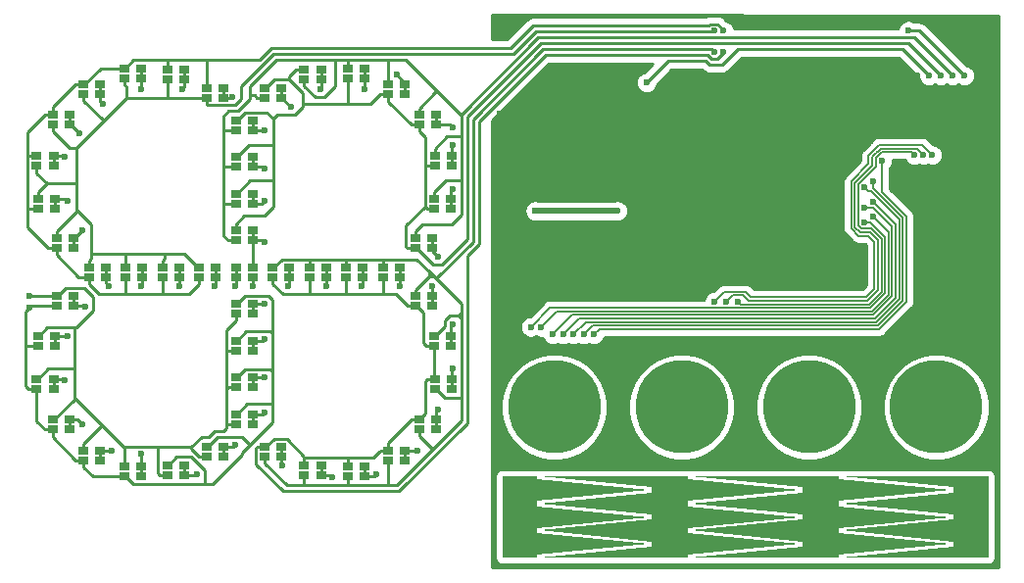
<source format=gbr>
G04 #@! TF.GenerationSoftware,KiCad,Pcbnew,5.0.2+dfsg1-1~bpo9+1*
G04 #@! TF.CreationDate,2019-04-08T01:26:03+03:00*
G04 #@! TF.ProjectId,kicad,6b696361-642e-46b6-9963-61645f706362,rev?*
G04 #@! TF.SameCoordinates,Original*
G04 #@! TF.FileFunction,Copper,L1,Top*
G04 #@! TF.FilePolarity,Positive*
%FSLAX46Y46*%
G04 Gerber Fmt 4.6, Leading zero omitted, Abs format (unit mm)*
G04 Created by KiCad (PCBNEW 5.0.2+dfsg1-1~bpo9+1) date Mon 08 Apr 2019 01:26:03 AM MSK*
%MOMM*%
%LPD*%
G01*
G04 APERTURE LIST*
G04 #@! TA.AperFunction,SMDPad,CuDef*
%ADD10R,0.850000X0.650000*%
G04 #@! TD*
G04 #@! TA.AperFunction,Conductor*
%ADD11C,8.000000*%
G04 #@! TD*
G04 #@! TA.AperFunction,Conductor*
%ADD12C,2.333333*%
G04 #@! TD*
G04 #@! TA.AperFunction,Conductor*
%ADD13C,0.100000*%
G04 #@! TD*
G04 #@! TA.AperFunction,ViaPad*
%ADD14C,0.600000*%
G04 #@! TD*
G04 #@! TA.AperFunction,Conductor*
%ADD15C,0.254000*%
G04 #@! TD*
G04 #@! TA.AperFunction,Conductor*
%ADD16C,0.508000*%
G04 #@! TD*
G04 #@! TA.AperFunction,Conductor*
%ADD17C,0.152400*%
G04 #@! TD*
G04 APERTURE END LIST*
D10*
G04 #@! TO.P,D1,3*
G04 #@! TO.N,LED_K0*
X127609000Y-102926000D03*
G04 #@! TO.P,D1,4*
X127609000Y-103776000D03*
G04 #@! TO.P,D1,2*
G04 #@! TO.N,LED_A1*
X126159000Y-103776000D03*
G04 #@! TO.P,D1,1*
G04 #@! TO.N,LED_A0*
X126159000Y-102926000D03*
G04 #@! TD*
G04 #@! TO.P,D2,3*
G04 #@! TO.N,LED_K0*
X124434000Y-106101000D03*
G04 #@! TO.P,D2,4*
X124434000Y-106951000D03*
G04 #@! TO.P,D2,2*
G04 #@! TO.N,LED_A3*
X122984000Y-106951000D03*
G04 #@! TO.P,D2,1*
G04 #@! TO.N,LED_A2*
X122984000Y-106101000D03*
G04 #@! TD*
G04 #@! TO.P,D3,3*
G04 #@! TO.N,LED_K0*
X121259000Y-102926000D03*
G04 #@! TO.P,D3,4*
X121259000Y-103776000D03*
G04 #@! TO.P,D3,2*
G04 #@! TO.N,LED_A5*
X119809000Y-103776000D03*
G04 #@! TO.P,D3,1*
G04 #@! TO.N,LED_A4*
X119809000Y-102926000D03*
G04 #@! TD*
G04 #@! TO.P,D4,3*
G04 #@! TO.N,LED_K0*
X124434000Y-99751000D03*
G04 #@! TO.P,D4,4*
X124434000Y-100601000D03*
G04 #@! TO.P,D4,2*
G04 #@! TO.N,LED_A7*
X122984000Y-100601000D03*
G04 #@! TO.P,D4,1*
G04 #@! TO.N,LED_A6*
X122984000Y-99751000D03*
G04 #@! TD*
G04 #@! TO.P,D5,3*
G04 #@! TO.N,LED_K1*
X130784000Y-102926000D03*
G04 #@! TO.P,D5,4*
X130784000Y-103776000D03*
G04 #@! TO.P,D5,2*
G04 #@! TO.N,LED_A1*
X129334000Y-103776000D03*
G04 #@! TO.P,D5,1*
G04 #@! TO.N,LED_A0*
X129334000Y-102926000D03*
G04 #@! TD*
G04 #@! TO.P,D6,3*
G04 #@! TO.N,LED_K1*
X124434000Y-109276000D03*
G04 #@! TO.P,D6,4*
X124434000Y-110126000D03*
G04 #@! TO.P,D6,2*
G04 #@! TO.N,LED_A3*
X122984000Y-110126000D03*
G04 #@! TO.P,D6,1*
G04 #@! TO.N,LED_A2*
X122984000Y-109276000D03*
G04 #@! TD*
G04 #@! TO.P,D7,3*
G04 #@! TO.N,LED_K1*
X118084000Y-102926000D03*
G04 #@! TO.P,D7,4*
X118084000Y-103776000D03*
G04 #@! TO.P,D7,2*
G04 #@! TO.N,LED_A5*
X116634000Y-103776000D03*
G04 #@! TO.P,D7,1*
G04 #@! TO.N,LED_A4*
X116634000Y-102926000D03*
G04 #@! TD*
G04 #@! TO.P,D8,3*
G04 #@! TO.N,LED_K1*
X124434000Y-96576000D03*
G04 #@! TO.P,D8,4*
X124434000Y-97426000D03*
G04 #@! TO.P,D8,2*
G04 #@! TO.N,LED_A7*
X122984000Y-97426000D03*
G04 #@! TO.P,D8,1*
G04 #@! TO.N,LED_A6*
X122984000Y-96576000D03*
G04 #@! TD*
G04 #@! TO.P,D9,3*
G04 #@! TO.N,LED_K2*
X133959000Y-102926000D03*
G04 #@! TO.P,D9,4*
X133959000Y-103776000D03*
G04 #@! TO.P,D9,2*
G04 #@! TO.N,LED_A1*
X132509000Y-103776000D03*
G04 #@! TO.P,D9,1*
G04 #@! TO.N,LED_A0*
X132509000Y-102926000D03*
G04 #@! TD*
G04 #@! TO.P,D10,3*
G04 #@! TO.N,LED_K2*
X124434000Y-112450999D03*
G04 #@! TO.P,D10,4*
X124434000Y-113300999D03*
G04 #@! TO.P,D10,2*
G04 #@! TO.N,LED_A3*
X122984000Y-113300999D03*
G04 #@! TO.P,D10,1*
G04 #@! TO.N,LED_A2*
X122984000Y-112450999D03*
G04 #@! TD*
G04 #@! TO.P,D11,3*
G04 #@! TO.N,LED_K2*
X114909000Y-102926000D03*
G04 #@! TO.P,D11,4*
X114909000Y-103776000D03*
G04 #@! TO.P,D11,2*
G04 #@! TO.N,LED_A5*
X113459000Y-103776000D03*
G04 #@! TO.P,D11,1*
G04 #@! TO.N,LED_A4*
X113459000Y-102926000D03*
G04 #@! TD*
G04 #@! TO.P,D12,3*
G04 #@! TO.N,LED_K2*
X124434000Y-93401000D03*
G04 #@! TO.P,D12,4*
X124434000Y-94251000D03*
G04 #@! TO.P,D12,2*
G04 #@! TO.N,LED_A7*
X122984000Y-94251000D03*
G04 #@! TO.P,D12,1*
G04 #@! TO.N,LED_A6*
X122984000Y-93401000D03*
G04 #@! TD*
G04 #@! TO.P,D13,3*
G04 #@! TO.N,LED_K3*
X137134000Y-102926000D03*
G04 #@! TO.P,D13,4*
X137134000Y-103776000D03*
G04 #@! TO.P,D13,2*
G04 #@! TO.N,LED_A1*
X135684000Y-103776000D03*
G04 #@! TO.P,D13,1*
G04 #@! TO.N,LED_A0*
X135684000Y-102926000D03*
G04 #@! TD*
G04 #@! TO.P,D14,3*
G04 #@! TO.N,LED_K3*
X124434000Y-115626000D03*
G04 #@! TO.P,D14,4*
X124434000Y-116476000D03*
G04 #@! TO.P,D14,2*
G04 #@! TO.N,LED_A3*
X122984000Y-116476000D03*
G04 #@! TO.P,D14,1*
G04 #@! TO.N,LED_A2*
X122984000Y-115626000D03*
G04 #@! TD*
G04 #@! TO.P,D15,3*
G04 #@! TO.N,LED_K3*
X111734000Y-102926000D03*
G04 #@! TO.P,D15,4*
X111734000Y-103776000D03*
G04 #@! TO.P,D15,2*
G04 #@! TO.N,LED_A5*
X110284000Y-103776000D03*
G04 #@! TO.P,D15,1*
G04 #@! TO.N,LED_A4*
X110284000Y-102926000D03*
G04 #@! TD*
G04 #@! TO.P,D16,3*
G04 #@! TO.N,LED_K3*
X124434000Y-90226000D03*
G04 #@! TO.P,D16,4*
X124434000Y-91076000D03*
G04 #@! TO.P,D16,2*
G04 #@! TO.N,LED_A7*
X122984000Y-91076000D03*
G04 #@! TO.P,D16,1*
G04 #@! TO.N,LED_A6*
X122984000Y-90226000D03*
G04 #@! TD*
G04 #@! TO.P,D17,3*
G04 #@! TO.N,LED_K4*
X139942852Y-105425666D03*
G04 #@! TO.P,D17,4*
X139942852Y-106275666D03*
G04 #@! TO.P,D17,2*
G04 #@! TO.N,LED_A1*
X138492852Y-106275666D03*
G04 #@! TO.P,D17,1*
G04 #@! TO.N,LED_A0*
X138492852Y-105425666D03*
G04 #@! TD*
G04 #@! TO.P,D18,3*
G04 #@! TO.N,LED_K4*
X121934333Y-118434852D03*
G04 #@! TO.P,D18,4*
X121934333Y-119284852D03*
G04 #@! TO.P,D18,2*
G04 #@! TO.N,LED_A3*
X120484333Y-119284852D03*
G04 #@! TO.P,D18,1*
G04 #@! TO.N,LED_A2*
X120484333Y-118434852D03*
G04 #@! TD*
G04 #@! TO.P,D19,3*
G04 #@! TO.N,LED_K4*
X108925147Y-100426333D03*
G04 #@! TO.P,D19,4*
X108925147Y-101276333D03*
G04 #@! TO.P,D19,2*
G04 #@! TO.N,LED_A5*
X107475147Y-101276333D03*
G04 #@! TO.P,D19,1*
G04 #@! TO.N,LED_A4*
X107475147Y-100426333D03*
G04 #@! TD*
G04 #@! TO.P,D20,3*
G04 #@! TO.N,LED_K4*
X126933666Y-87417147D03*
G04 #@! TO.P,D20,4*
X126933666Y-88267147D03*
G04 #@! TO.P,D20,2*
G04 #@! TO.N,LED_A7*
X125483666Y-88267147D03*
G04 #@! TO.P,D20,1*
G04 #@! TO.N,LED_A6*
X125483666Y-87417147D03*
G04 #@! TD*
G04 #@! TO.P,D21,3*
G04 #@! TO.N,LED_K5*
X141531919Y-108833431D03*
G04 #@! TO.P,D21,4*
X141531919Y-109683431D03*
G04 #@! TO.P,D21,2*
G04 #@! TO.N,LED_A1*
X140081919Y-109683431D03*
G04 #@! TO.P,D21,1*
G04 #@! TO.N,LED_A0*
X140081919Y-108833431D03*
G04 #@! TD*
G04 #@! TO.P,D22,3*
G04 #@! TO.N,LED_K5*
X118526568Y-120023919D03*
G04 #@! TO.P,D22,4*
X118526568Y-120873919D03*
G04 #@! TO.P,D22,2*
G04 #@! TO.N,LED_A3*
X117076568Y-120873919D03*
G04 #@! TO.P,D22,1*
G04 #@! TO.N,LED_A2*
X117076568Y-120023919D03*
G04 #@! TD*
G04 #@! TO.P,D23,3*
G04 #@! TO.N,LED_K5*
X107336080Y-97018568D03*
G04 #@! TO.P,D23,4*
X107336080Y-97868568D03*
G04 #@! TO.P,D23,2*
G04 #@! TO.N,LED_A5*
X105886080Y-97868568D03*
G04 #@! TO.P,D23,1*
G04 #@! TO.N,LED_A4*
X105886080Y-97018568D03*
G04 #@! TD*
G04 #@! TO.P,D24,3*
G04 #@! TO.N,LED_K5*
X130341431Y-85828080D03*
G04 #@! TO.P,D24,4*
X130341431Y-86678080D03*
G04 #@! TO.P,D24,2*
G04 #@! TO.N,LED_A7*
X128891431Y-86678080D03*
G04 #@! TO.P,D24,1*
G04 #@! TO.N,LED_A6*
X128891431Y-85828080D03*
G04 #@! TD*
G04 #@! TO.P,D25,3*
G04 #@! TO.N,LED_K6*
X141641279Y-112591892D03*
G04 #@! TO.P,D25,4*
X141641279Y-113441892D03*
G04 #@! TO.P,D25,2*
G04 #@! TO.N,LED_A0*
X140191279Y-113441892D03*
G04 #@! TO.P,D25,1*
G04 #@! TO.N,LED_A1*
X140191279Y-112591892D03*
G04 #@! TD*
G04 #@! TO.P,D26,3*
G04 #@! TO.N,LED_K6*
X114768107Y-120133279D03*
G04 #@! TO.P,D26,4*
X114768107Y-120983279D03*
G04 #@! TO.P,D26,2*
G04 #@! TO.N,LED_A2*
X113318107Y-120983279D03*
G04 #@! TO.P,D26,1*
G04 #@! TO.N,LED_A3*
X113318107Y-120133279D03*
G04 #@! TD*
G04 #@! TO.P,D27,3*
G04 #@! TO.N,LED_K6*
X107226720Y-93260107D03*
G04 #@! TO.P,D27,4*
X107226720Y-94110107D03*
G04 #@! TO.P,D27,2*
G04 #@! TO.N,LED_A4*
X105776720Y-94110107D03*
G04 #@! TO.P,D27,1*
G04 #@! TO.N,LED_A5*
X105776720Y-93260107D03*
G04 #@! TD*
G04 #@! TO.P,D28,3*
G04 #@! TO.N,LED_K6*
X134099892Y-85718720D03*
G04 #@! TO.P,D28,4*
X134099892Y-86568720D03*
G04 #@! TO.P,D28,2*
G04 #@! TO.N,LED_A6*
X132649892Y-86568720D03*
G04 #@! TO.P,D28,1*
G04 #@! TO.N,LED_A7*
X132649892Y-85718720D03*
G04 #@! TD*
G04 #@! TO.P,D29,3*
G04 #@! TO.N,LED_K7*
X140253045Y-116086287D03*
G04 #@! TO.P,D29,4*
X140253045Y-116936287D03*
G04 #@! TO.P,D29,2*
G04 #@! TO.N,LED_A0*
X138803045Y-116936287D03*
G04 #@! TO.P,D29,1*
G04 #@! TO.N,LED_A1*
X138803045Y-116086287D03*
G04 #@! TD*
G04 #@! TO.P,D30,3*
G04 #@! TO.N,LED_K7*
X111273712Y-118745045D03*
G04 #@! TO.P,D30,4*
X111273712Y-119595045D03*
G04 #@! TO.P,D30,2*
G04 #@! TO.N,LED_A2*
X109823712Y-119595045D03*
G04 #@! TO.P,D30,1*
G04 #@! TO.N,LED_A3*
X109823712Y-118745045D03*
G04 #@! TD*
G04 #@! TO.P,D31,3*
G04 #@! TO.N,LED_K7*
X108614954Y-89765712D03*
G04 #@! TO.P,D31,4*
X108614954Y-90615712D03*
G04 #@! TO.P,D31,2*
G04 #@! TO.N,LED_A4*
X107164954Y-90615712D03*
G04 #@! TO.P,D31,1*
G04 #@! TO.N,LED_A5*
X107164954Y-89765712D03*
G04 #@! TD*
G04 #@! TO.P,D32,3*
G04 #@! TO.N,LED_K7*
X137594287Y-87106954D03*
G04 #@! TO.P,D32,4*
X137594287Y-87956954D03*
G04 #@! TO.P,D32,2*
G04 #@! TO.N,LED_A6*
X136144287Y-87956954D03*
G04 #@! TO.P,D32,1*
G04 #@! TO.N,LED_A7*
X136144287Y-87106954D03*
G04 #@! TD*
G04 #@! TO.P,D33,3*
G04 #@! TO.N,LED_K8*
X137594287Y-118745045D03*
G04 #@! TO.P,D33,4*
X137594287Y-119595045D03*
G04 #@! TO.P,D33,2*
G04 #@! TO.N,LED_A0*
X136144287Y-119595045D03*
G04 #@! TO.P,D33,1*
G04 #@! TO.N,LED_A1*
X136144287Y-118745045D03*
G04 #@! TD*
G04 #@! TO.P,D34,3*
G04 #@! TO.N,LED_K8*
X108614954Y-116086287D03*
G04 #@! TO.P,D34,4*
X108614954Y-116936287D03*
G04 #@! TO.P,D34,2*
G04 #@! TO.N,LED_A2*
X107164954Y-116936287D03*
G04 #@! TO.P,D34,1*
G04 #@! TO.N,LED_A3*
X107164954Y-116086287D03*
G04 #@! TD*
G04 #@! TO.P,D35,3*
G04 #@! TO.N,LED_K8*
X111273712Y-87106954D03*
G04 #@! TO.P,D35,4*
X111273712Y-87956954D03*
G04 #@! TO.P,D35,2*
G04 #@! TO.N,LED_A4*
X109823712Y-87956954D03*
G04 #@! TO.P,D35,1*
G04 #@! TO.N,LED_A5*
X109823712Y-87106954D03*
G04 #@! TD*
G04 #@! TO.P,D36,3*
G04 #@! TO.N,LED_K8*
X140253045Y-89765712D03*
G04 #@! TO.P,D36,4*
X140253045Y-90615712D03*
G04 #@! TO.P,D36,2*
G04 #@! TO.N,LED_A6*
X138803045Y-90615712D03*
G04 #@! TO.P,D36,1*
G04 #@! TO.N,LED_A7*
X138803045Y-89765712D03*
G04 #@! TD*
G04 #@! TO.P,D37,3*
G04 #@! TO.N,LED_K9*
X134099892Y-120133279D03*
G04 #@! TO.P,D37,4*
X134099892Y-120983279D03*
G04 #@! TO.P,D37,2*
G04 #@! TO.N,LED_A0*
X132649892Y-120983279D03*
G04 #@! TO.P,D37,1*
G04 #@! TO.N,LED_A1*
X132649892Y-120133279D03*
G04 #@! TD*
G04 #@! TO.P,D38,3*
G04 #@! TO.N,LED_K9*
X107226720Y-112591892D03*
G04 #@! TO.P,D38,4*
X107226720Y-113441892D03*
G04 #@! TO.P,D38,2*
G04 #@! TO.N,LED_A2*
X105776720Y-113441892D03*
G04 #@! TO.P,D38,1*
G04 #@! TO.N,LED_A3*
X105776720Y-112591892D03*
G04 #@! TD*
G04 #@! TO.P,D39,3*
G04 #@! TO.N,LED_K9*
X114768107Y-85718720D03*
G04 #@! TO.P,D39,4*
X114768107Y-86568720D03*
G04 #@! TO.P,D39,2*
G04 #@! TO.N,LED_A4*
X113318107Y-86568720D03*
G04 #@! TO.P,D39,1*
G04 #@! TO.N,LED_A5*
X113318107Y-85718720D03*
G04 #@! TD*
G04 #@! TO.P,D40,3*
G04 #@! TO.N,LED_K9*
X141641279Y-93260107D03*
G04 #@! TO.P,D40,4*
X141641279Y-94110107D03*
G04 #@! TO.P,D40,2*
G04 #@! TO.N,LED_A6*
X140191279Y-94110107D03*
G04 #@! TO.P,D40,1*
G04 #@! TO.N,LED_A7*
X140191279Y-93260107D03*
G04 #@! TD*
G04 #@! TO.P,D41,3*
G04 #@! TO.N,LED_K10*
X130341431Y-120023919D03*
G04 #@! TO.P,D41,4*
X130341431Y-120873919D03*
G04 #@! TO.P,D41,2*
G04 #@! TO.N,LED_A0*
X128891431Y-120873919D03*
G04 #@! TO.P,D41,1*
G04 #@! TO.N,LED_A1*
X128891431Y-120023919D03*
G04 #@! TD*
G04 #@! TO.P,D42,3*
G04 #@! TO.N,LED_K10*
X107336080Y-108833431D03*
G04 #@! TO.P,D42,4*
X107336080Y-109683431D03*
G04 #@! TO.P,D42,2*
G04 #@! TO.N,LED_A2*
X105886080Y-109683431D03*
G04 #@! TO.P,D42,1*
G04 #@! TO.N,LED_A3*
X105886080Y-108833431D03*
G04 #@! TD*
G04 #@! TO.P,D43,3*
G04 #@! TO.N,LED_K10*
X118526568Y-85828080D03*
G04 #@! TO.P,D43,4*
X118526568Y-86678080D03*
G04 #@! TO.P,D43,2*
G04 #@! TO.N,LED_A4*
X117076568Y-86678080D03*
G04 #@! TO.P,D43,1*
G04 #@! TO.N,LED_A5*
X117076568Y-85828080D03*
G04 #@! TD*
G04 #@! TO.P,D44,3*
G04 #@! TO.N,LED_K10*
X141531919Y-97018568D03*
G04 #@! TO.P,D44,4*
X141531919Y-97868568D03*
G04 #@! TO.P,D44,2*
G04 #@! TO.N,LED_A6*
X140081919Y-97868568D03*
G04 #@! TO.P,D44,1*
G04 #@! TO.N,LED_A7*
X140081919Y-97018568D03*
G04 #@! TD*
G04 #@! TO.P,D45,3*
G04 #@! TO.N,LED_K11*
X126933666Y-118434852D03*
G04 #@! TO.P,D45,4*
X126933666Y-119284852D03*
G04 #@! TO.P,D45,2*
G04 #@! TO.N,LED_A0*
X125483666Y-119284852D03*
G04 #@! TO.P,D45,1*
G04 #@! TO.N,LED_A1*
X125483666Y-118434852D03*
G04 #@! TD*
G04 #@! TO.P,D46,3*
G04 #@! TO.N,LED_K11*
X108925147Y-105425666D03*
G04 #@! TO.P,D46,4*
X108925147Y-106275666D03*
G04 #@! TO.P,D46,2*
G04 #@! TO.N,LED_A2*
X107475147Y-106275666D03*
G04 #@! TO.P,D46,1*
G04 #@! TO.N,LED_A3*
X107475147Y-105425666D03*
G04 #@! TD*
G04 #@! TO.P,D47,3*
G04 #@! TO.N,LED_K11*
X121934333Y-87417147D03*
G04 #@! TO.P,D47,4*
X121934333Y-88267147D03*
G04 #@! TO.P,D47,2*
G04 #@! TO.N,LED_A4*
X120484333Y-88267147D03*
G04 #@! TO.P,D47,1*
G04 #@! TO.N,LED_A5*
X120484333Y-87417147D03*
G04 #@! TD*
G04 #@! TO.P,D48,3*
G04 #@! TO.N,LED_K11*
X139942852Y-100426333D03*
G04 #@! TO.P,D48,4*
X139942852Y-101276333D03*
G04 #@! TO.P,D48,2*
G04 #@! TO.N,LED_A6*
X138492852Y-101276333D03*
G04 #@! TO.P,D48,1*
G04 #@! TO.N,LED_A7*
X138492852Y-100426333D03*
G04 #@! TD*
G04 #@! TO.P,D49,3*
G04 #@! TO.N,LED_K0*
X124434000Y-102926000D03*
G04 #@! TO.P,D49,4*
G04 #@! TO.N,LED_K1*
X124434000Y-103776000D03*
G04 #@! TO.P,D49,2*
G04 #@! TO.N,LED_A8*
X122984000Y-103776000D03*
G04 #@! TO.P,D49,1*
X122984000Y-102926000D03*
G04 #@! TD*
D11*
G04 #@! TO.N,TOUCH_PAD0*
G04 #@! TO.C,TS1*
X150500000Y-115000000D03*
G04 #@! TD*
G04 #@! TO.N,TOUCH_PAD1*
G04 #@! TO.C,TS2*
X161500000Y-115000000D03*
G04 #@! TD*
G04 #@! TO.N,TOUCH_PAD2*
G04 #@! TO.C,TS3*
X172500000Y-115000000D03*
G04 #@! TD*
G04 #@! TO.N,TOUCH_PAD3*
G04 #@! TO.C,TS4*
X183500000Y-115000000D03*
G04 #@! TD*
D12*
G04 #@! TO.N,N$20*
G04 #@! TO.C,TS5*
X147500000Y-124500000D03*
D13*
G36*
X149000000Y-121229421D02*
X158640237Y-122166667D01*
X149000000Y-123103912D01*
X149000000Y-123562755D01*
X158640237Y-124500000D01*
X149000000Y-125437245D01*
X149000000Y-125896088D01*
X158640237Y-126833333D01*
X149000000Y-127770579D01*
X149000000Y-128000000D01*
X146000000Y-128000000D01*
X146000000Y-121000000D01*
X149000000Y-121000000D01*
X149000000Y-121229421D01*
X149000000Y-121229421D01*
G37*
D12*
G04 #@! TO.N,N$21*
X160476341Y-124500000D03*
D13*
G36*
X162047319Y-121229421D02*
X171687555Y-122166667D01*
X162047319Y-123103912D01*
X162047319Y-123562755D01*
X171687555Y-124500000D01*
X162047319Y-125437245D01*
X162047319Y-125896088D01*
X171687555Y-126833333D01*
X162047319Y-127770579D01*
X162047319Y-128000000D01*
X149265127Y-128000000D01*
X158905363Y-127062755D01*
X158905363Y-126603912D01*
X149265127Y-125666667D01*
X158905363Y-124729421D01*
X158905363Y-124270579D01*
X149265127Y-123333333D01*
X158905363Y-122396088D01*
X158905363Y-121937245D01*
X149265127Y-121000000D01*
X162047319Y-121000000D01*
X162047319Y-121229421D01*
X162047319Y-121229421D01*
G37*
D12*
G04 #@! TO.N,N$22*
X173523659Y-124500000D03*
D13*
G36*
X175094637Y-121229421D02*
X184734873Y-122166667D01*
X175094637Y-123103912D01*
X175094637Y-123562755D01*
X184734873Y-124500000D01*
X175094637Y-125437245D01*
X175094637Y-125896088D01*
X184734873Y-126833333D01*
X175094637Y-127770579D01*
X175094637Y-128000000D01*
X162312445Y-128000000D01*
X171952681Y-127062755D01*
X171952681Y-126603912D01*
X162312445Y-125666667D01*
X171952681Y-124729421D01*
X171952681Y-124270579D01*
X162312445Y-123333333D01*
X171952681Y-122396088D01*
X171952681Y-121937245D01*
X162312445Y-121000000D01*
X175094637Y-121000000D01*
X175094637Y-121229421D01*
X175094637Y-121229421D01*
G37*
D12*
G04 #@! TO.N,N$23*
X186500000Y-124500000D03*
D13*
G36*
X188000000Y-128000000D02*
X175359763Y-128000000D01*
X185000000Y-127062755D01*
X185000000Y-126603912D01*
X175359763Y-125666667D01*
X185000000Y-124729421D01*
X185000000Y-124270579D01*
X175359763Y-123333333D01*
X185000000Y-122396088D01*
X185000000Y-121937245D01*
X175359763Y-121000000D01*
X188000000Y-121000000D01*
X188000000Y-128000000D01*
X188000000Y-128000000D01*
G37*
G04 #@! TD*
D14*
G04 #@! TO.N,LED_K0*
X125501800Y-106095000D03*
X125451000Y-100761000D03*
X121133000Y-104571000D03*
X127483000Y-104571000D03*
G04 #@! TO.N,LED_K1*
X130785000Y-104571000D03*
X125451000Y-109143000D03*
X118085000Y-104571000D03*
X124435000Y-104571000D03*
X125451000Y-97205000D03*
G04 #@! TO.N,LED_A0*
X164338000Y-84328000D03*
G04 #@! TO.N,LED_K3*
X137135000Y-104571000D03*
X125451000Y-115493000D03*
X125451000Y-91109000D03*
X111989000Y-104571000D03*
G04 #@! TO.N,LED_K2*
X133833000Y-104571000D03*
X125451000Y-112445000D03*
X125451000Y-94411000D03*
X114783000Y-104571000D03*
G04 #@! TO.N,LED_K4*
X139929000Y-104571000D03*
X127737000Y-89077000D03*
X109703000Y-99745000D03*
X122911000Y-118287000D03*
G04 #@! TO.N,LED_K5*
X130277000Y-87553000D03*
X141707000Y-107873000D03*
X108433000Y-97205000D03*
X119609000Y-120827000D03*
G04 #@! TO.N,LED_K7*
X140437000Y-115239000D03*
X109449000Y-91363000D03*
X112243000Y-118795000D03*
X136881000Y-86283000D03*
G04 #@! TO.N,LED_K6*
X134087000Y-87553000D03*
X141707000Y-111683000D03*
X108179000Y-93395000D03*
X114783000Y-119049000D03*
G04 #@! TO.N,LED_K8*
X111481000Y-88823000D03*
X138659000Y-118795000D03*
X109703000Y-116509000D03*
X141707000Y-90855000D03*
G04 #@! TO.N,LED_A1*
X165100000Y-84328000D03*
G04 #@! TO.N,LED_A2*
X105140561Y-106426000D03*
G04 #@! TO.N,LED_A3*
X105140561Y-105410000D03*
G04 #@! TO.N,LED_A4*
X164338000Y-82478600D03*
G04 #@! TO.N,LED_A5*
X165100000Y-82478600D03*
G04 #@! TO.N,LED_A6*
X183896000Y-86360000D03*
G04 #@! TO.N,LED_A7*
X184912000Y-86360000D03*
G04 #@! TO.N,LED_A8*
X122911000Y-104571000D03*
X158476550Y-86940950D03*
X182880000Y-86360000D03*
G04 #@! TO.N,VDD*
X155956691Y-98043309D03*
X148844000Y-98044000D03*
G04 #@! TO.N,GND*
X145796000Y-95758000D03*
X145796000Y-94996000D03*
X145796000Y-94234000D03*
X145796000Y-93472000D03*
X145796000Y-92710000D03*
X145796000Y-91948000D03*
X145796000Y-91186000D03*
X145796000Y-90424000D03*
X145796000Y-89662000D03*
X173990000Y-91186000D03*
X169418000Y-95560000D03*
X174752000Y-104292400D03*
X145732500Y-107188000D03*
X177927000Y-85344000D03*
X176530000Y-93472000D03*
X181864000Y-86360000D03*
G04 #@! TO.N,N$8*
X166346043Y-105873443D03*
X181610000Y-93218000D03*
G04 #@! TO.N,N$14*
X177292000Y-97790000D03*
X150368000Y-108712000D03*
G04 #@! TO.N,N$15*
X178054000Y-97282000D03*
X151257000Y-108712000D03*
G04 #@! TO.N,N$20*
X148717000Y-121285000D03*
G04 #@! TO.N,N$21*
X160528000Y-121285000D03*
G04 #@! TO.N,N$17*
X177292000Y-99060000D03*
X148463000Y-108077000D03*
G04 #@! TO.N,N$16*
X178054000Y-98552000D03*
X149352000Y-108077000D03*
G04 #@! TO.N,N$18*
X178054000Y-95504000D03*
G04 #@! TO.N,N$19*
X177292000Y-96012000D03*
X152146000Y-108712000D03*
G04 #@! TO.N,N$13*
X178816000Y-93726000D03*
X153924000Y-108712000D03*
G04 #@! TO.N,TOUCH_PAD0*
X150500000Y-111500000D03*
G04 #@! TO.N,TOUCH_PAD1*
X161500000Y-111500000D03*
G04 #@! TO.N,TOUCH_PAD2*
X172500000Y-111500000D03*
G04 #@! TO.N,TOUCH_PAD3*
X183500000Y-111500000D03*
G04 #@! TO.N,N$22*
X173609000Y-121285000D03*
G04 #@! TO.N,N$23*
X187706000Y-121285000D03*
G04 #@! TO.N,N$9*
X164338000Y-105897400D03*
X183134000Y-93218000D03*
G04 #@! TO.N,N$10*
X165354000Y-105897400D03*
X182372000Y-93218000D03*
G04 #@! TO.N,LED_K9*
X141707000Y-92379000D03*
X108179000Y-112699000D03*
X114783000Y-87553000D03*
X135103000Y-120827000D03*
G04 #@! TO.N,LED_K10*
X141707000Y-96189000D03*
X108433000Y-108889000D03*
X118339000Y-87553000D03*
X131293000Y-121081000D03*
G04 #@! TO.N,LED_K11*
X109957000Y-106349000D03*
X126975000Y-120065000D03*
X140437000Y-102031000D03*
X122682000Y-88234000D03*
G04 #@! TO.N,N$5*
X185928000Y-86360000D03*
X181102000Y-82478600D03*
G04 #@! TO.N,N$18*
X153035000Y-108712000D03*
G04 #@! TD*
D15*
G04 #@! TO.N,LED_K0*
X124434000Y-99751000D02*
X124434000Y-100601000D01*
X121259000Y-102926000D02*
X121259000Y-103776000D01*
X127609000Y-102926000D02*
X127609000Y-103776000D01*
X124434000Y-106101000D02*
X124434000Y-106951000D01*
X125495800Y-106101000D02*
X125501800Y-106095000D01*
X124434000Y-106101000D02*
X125495800Y-106101000D01*
X125291000Y-100601000D02*
X125451000Y-100761000D01*
X124434000Y-100601000D02*
X125291000Y-100601000D01*
X121259000Y-104445000D02*
X121133000Y-104571000D01*
X121259000Y-103776000D02*
X121259000Y-104445000D01*
X127609000Y-104445000D02*
X127483000Y-104571000D01*
X127609000Y-103776000D02*
X127609000Y-104445000D01*
X124434000Y-102926000D02*
X124434000Y-100601000D01*
G04 #@! TO.N,LED_K1*
X130784000Y-102926000D02*
X130784000Y-103776000D01*
X130784000Y-104570000D02*
X130785000Y-104571000D01*
X130784000Y-103776000D02*
X130784000Y-104570000D01*
X124434000Y-110126000D02*
X124434000Y-109276000D01*
X125318000Y-109276000D02*
X125451000Y-109143000D01*
X124434000Y-109276000D02*
X125318000Y-109276000D01*
X124434000Y-96576000D02*
X124434000Y-97426000D01*
X118084000Y-102926000D02*
X118084000Y-103776000D01*
X118084000Y-104570000D02*
X118085000Y-104571000D01*
X118084000Y-103776000D02*
X118084000Y-104570000D01*
X124434000Y-104570000D02*
X124435000Y-104571000D01*
X124434000Y-103776000D02*
X124434000Y-104570000D01*
X125230000Y-97426000D02*
X125451000Y-97205000D01*
X124434000Y-97426000D02*
X125230000Y-97426000D01*
G04 #@! TO.N,LED_A0*
X126159000Y-102926000D02*
X126259000Y-102926000D01*
X126259000Y-102926000D02*
X126965001Y-102219999D01*
X129461001Y-102219999D02*
X129515000Y-102219999D01*
X129334000Y-102347000D02*
X129461001Y-102219999D01*
X132563000Y-102293000D02*
X132563000Y-102219999D01*
X132509000Y-102347000D02*
X132563000Y-102293000D01*
X132381999Y-102219999D02*
X132309000Y-102219999D01*
X132509000Y-102347000D02*
X132381999Y-102219999D01*
X129515000Y-102219999D02*
X132309000Y-102219999D01*
X132309000Y-102219999D02*
X132563000Y-102219999D01*
X129206999Y-102219999D02*
X129007000Y-102219999D01*
X129334000Y-102347000D02*
X129206999Y-102219999D01*
X126965001Y-102219999D02*
X129007000Y-102219999D01*
X129334000Y-102926000D02*
X129334000Y-102347000D01*
X129007000Y-102219999D02*
X129515000Y-102219999D01*
X132509000Y-102347000D02*
X132636001Y-102219999D01*
X132509000Y-102926000D02*
X132509000Y-102347000D01*
X132563000Y-102219999D02*
X132817000Y-102219999D01*
X132636001Y-102219999D02*
X132817000Y-102219999D01*
X135611000Y-102274000D02*
X135611000Y-102219999D01*
X135684000Y-102347000D02*
X135611000Y-102274000D01*
X132817000Y-102219999D02*
X135611000Y-102219999D01*
X135811001Y-102219999D02*
X135865000Y-102219999D01*
X135684000Y-102347000D02*
X135811001Y-102219999D01*
X135684000Y-102926000D02*
X135684000Y-102347000D01*
X135611000Y-102219999D02*
X135865000Y-102219999D01*
X135865000Y-102219999D02*
X138585881Y-102219999D01*
X139784518Y-103555000D02*
X139920882Y-103555000D01*
X138492852Y-105425666D02*
X138492852Y-104846666D01*
X141023909Y-107548209D02*
X141461118Y-107111000D01*
X141023909Y-107991441D02*
X141023909Y-107548209D01*
X140081919Y-108833431D02*
X140181919Y-108833431D01*
X140181919Y-108833431D02*
X141023909Y-107991441D01*
X142215000Y-107111000D02*
X142469000Y-106857000D01*
X141961000Y-107111000D02*
X142215000Y-107111000D01*
X142469000Y-106857000D02*
X142469000Y-107111000D01*
X141461118Y-107111000D02*
X141961000Y-107111000D01*
X141961000Y-107111000D02*
X142469000Y-107111000D01*
X142469000Y-106103118D02*
X142469000Y-106857000D01*
X142469000Y-107365000D02*
X142215000Y-107111000D01*
X142469000Y-107111000D02*
X142469000Y-107365000D01*
X139675000Y-103664518D02*
X139675000Y-103309118D01*
X139675000Y-103664518D02*
X139784518Y-103555000D01*
X138492852Y-104846666D02*
X139675000Y-103664518D01*
X138585881Y-102219999D02*
X139675000Y-103309118D01*
X139675000Y-103309118D02*
X139920882Y-103555000D01*
X140030400Y-103664518D02*
X140183000Y-103817118D01*
X139675000Y-103664518D02*
X140030400Y-103664518D01*
X140183000Y-103817118D02*
X142469000Y-106103118D01*
X139920882Y-103555000D02*
X140183000Y-103817118D01*
X127381815Y-121762001D02*
X125483666Y-119863852D01*
X125483666Y-119863852D02*
X125483666Y-119284852D01*
X141072387Y-114223000D02*
X142469000Y-114223000D01*
X140291279Y-113441892D02*
X141072387Y-114223000D01*
X140191279Y-113441892D02*
X140291279Y-113441892D01*
X142469000Y-107365000D02*
X142469000Y-114223000D01*
X142469000Y-114223000D02*
X142469000Y-116156134D01*
X139929000Y-118641242D02*
X139929000Y-118696134D01*
X138803045Y-117515287D02*
X139929000Y-118641242D01*
X138803045Y-116936287D02*
X138803045Y-117515287D01*
X139929000Y-118696134D02*
X136863133Y-121762001D01*
X142469000Y-116156134D02*
X139929000Y-118696134D01*
X136144287Y-119595045D02*
X136144287Y-121736714D01*
X136144287Y-121736714D02*
X136119000Y-121762001D01*
X136863133Y-121762001D02*
X136119000Y-121762001D01*
X132649892Y-120983279D02*
X132649892Y-121562279D01*
X132649892Y-121562279D02*
X132649892Y-121594893D01*
X132817000Y-121762001D02*
X132563000Y-121762001D01*
X136119000Y-121762001D02*
X132817000Y-121762001D01*
X132649892Y-121675109D02*
X132563000Y-121762001D01*
X132649892Y-121562279D02*
X132649892Y-121675109D01*
X128891431Y-121646432D02*
X129007000Y-121762001D01*
X128891431Y-120873919D02*
X128891431Y-121646432D01*
X129007000Y-121762001D02*
X127381815Y-121762001D01*
X132563000Y-121762001D02*
X129007000Y-121762001D01*
X164337960Y-84328000D02*
X164338000Y-84328000D01*
X164083980Y-84074020D02*
X164337960Y-84328000D01*
X140183000Y-103817118D02*
X140377198Y-103817118D01*
X140377198Y-103817118D02*
X143463300Y-100731016D01*
X143463300Y-100731016D02*
X143463300Y-90129568D01*
X149518848Y-84074020D02*
X164083980Y-84074020D01*
X143463300Y-90129568D02*
X149518848Y-84074020D01*
G04 #@! TO.N,LED_K3*
X137134000Y-102926000D02*
X137134000Y-103776000D01*
X137134000Y-104570000D02*
X137135000Y-104571000D01*
X137134000Y-103776000D02*
X137134000Y-104570000D01*
X124434000Y-116476000D02*
X124434000Y-115626000D01*
X125318000Y-115626000D02*
X125451000Y-115493000D01*
X124434000Y-115626000D02*
X125318000Y-115626000D01*
X124434000Y-90226000D02*
X124434000Y-91076000D01*
X125418000Y-91076000D02*
X125451000Y-91109000D01*
X124434000Y-91076000D02*
X125418000Y-91076000D01*
X111734000Y-102926000D02*
X111734000Y-103776000D01*
X111734000Y-104316000D02*
X111989000Y-104571000D01*
X111734000Y-103776000D02*
X111734000Y-104316000D01*
G04 #@! TO.N,LED_K2*
X133959000Y-102926000D02*
X133959000Y-103776000D01*
X133959000Y-104445000D02*
X133833000Y-104571000D01*
X133959000Y-103776000D02*
X133959000Y-104445000D01*
X124434000Y-113300999D02*
X124434000Y-112450999D01*
X125445001Y-112450999D02*
X125451000Y-112445000D01*
X124434000Y-112450999D02*
X125445001Y-112450999D01*
X124434000Y-93401000D02*
X124434000Y-94251000D01*
X125291000Y-94251000D02*
X125451000Y-94411000D01*
X124434000Y-94251000D02*
X125291000Y-94251000D01*
X114909000Y-102926000D02*
X114909000Y-103776000D01*
X114909000Y-104445000D02*
X114783000Y-104571000D01*
X114909000Y-103776000D02*
X114909000Y-104445000D01*
G04 #@! TO.N,LED_K4*
X139942852Y-106275666D02*
X139942852Y-105425666D01*
X139942852Y-104584852D02*
X139929000Y-104571000D01*
X139942852Y-105425666D02*
X139942852Y-104584852D01*
X126933666Y-87417147D02*
X126933666Y-88267147D01*
X126933666Y-88273666D02*
X127737000Y-89077000D01*
X126933666Y-88267147D02*
X126933666Y-88273666D01*
X121934333Y-118434852D02*
X121934333Y-119284852D01*
X108925147Y-101276333D02*
X108925147Y-100426333D01*
X109021667Y-100426333D02*
X109703000Y-99745000D01*
X108925147Y-100426333D02*
X109021667Y-100426333D01*
X122763148Y-118434852D02*
X122911000Y-118287000D01*
X121934333Y-118434852D02*
X122763148Y-118434852D01*
G04 #@! TO.N,LED_K5*
X130341431Y-85828080D02*
X130341431Y-86678080D01*
X141531919Y-109683431D02*
X141531919Y-108833431D01*
X118526568Y-120023919D02*
X118526568Y-120873919D01*
X141531919Y-108048081D02*
X141707000Y-107873000D01*
X141531919Y-108833431D02*
X141531919Y-108048081D01*
X130341431Y-87488569D02*
X130277000Y-87553000D01*
X130341431Y-86678080D02*
X130341431Y-87488569D01*
X107336080Y-97868568D02*
X107336080Y-97018568D01*
X108246568Y-97018568D02*
X108433000Y-97205000D01*
X107336080Y-97018568D02*
X108246568Y-97018568D01*
X119562081Y-120873919D02*
X119609000Y-120827000D01*
X118526568Y-120873919D02*
X119562081Y-120873919D01*
G04 #@! TO.N,LED_K7*
X137594287Y-87106954D02*
X137594287Y-87956954D01*
X140253045Y-116936287D02*
X140253045Y-116086287D01*
X140253045Y-115422955D02*
X140437000Y-115239000D01*
X140253045Y-116086287D02*
X140253045Y-115422955D01*
X111273712Y-118745045D02*
X111273712Y-119595045D01*
X108701712Y-90615712D02*
X109449000Y-91363000D01*
X108614954Y-90615712D02*
X108701712Y-90615712D01*
X112193045Y-118745045D02*
X112243000Y-118795000D01*
X111273712Y-118745045D02*
X112193045Y-118745045D01*
X137594287Y-86996287D02*
X136881000Y-86283000D01*
X137594287Y-87106954D02*
X137594287Y-86996287D01*
X108614954Y-89765712D02*
X108614954Y-90615712D01*
G04 #@! TO.N,LED_K6*
X134099892Y-85718720D02*
X134099892Y-86568720D01*
X134099892Y-87540108D02*
X134087000Y-87553000D01*
X134099892Y-86568720D02*
X134099892Y-87540108D01*
X141641279Y-113441892D02*
X141641279Y-112591892D01*
X141641279Y-111748721D02*
X141707000Y-111683000D01*
X141641279Y-112591892D02*
X141641279Y-111748721D01*
X114768107Y-120133279D02*
X114768107Y-120983279D01*
X107226720Y-94110107D02*
X107226720Y-93260107D01*
X108044107Y-93260107D02*
X108179000Y-93395000D01*
X107226720Y-93260107D02*
X108044107Y-93260107D01*
X114768107Y-119063893D02*
X114783000Y-119049000D01*
X114768107Y-120133279D02*
X114768107Y-119063893D01*
G04 #@! TO.N,LED_K8*
X140253045Y-89765712D02*
X140253045Y-90615712D01*
X137594287Y-119595045D02*
X137594287Y-118745045D01*
X108614954Y-116086287D02*
X108614954Y-116936287D01*
X111273712Y-87106954D02*
X111273712Y-87956954D01*
X111273712Y-88615712D02*
X111481000Y-88823000D01*
X111273712Y-87956954D02*
X111273712Y-88615712D01*
X138609045Y-118745045D02*
X138659000Y-118795000D01*
X137594287Y-118745045D02*
X138609045Y-118745045D01*
X109280287Y-116086287D02*
X109703000Y-116509000D01*
X108614954Y-116086287D02*
X109280287Y-116086287D01*
X141467712Y-90615712D02*
X141707000Y-90855000D01*
X140253045Y-90615712D02*
X141467712Y-90615712D01*
G04 #@! TO.N,LED_A1*
X126159000Y-104355000D02*
X127056001Y-105252001D01*
X126159000Y-103776000D02*
X126159000Y-104355000D01*
X140081919Y-112482532D02*
X140191279Y-112591892D01*
X140081919Y-109683431D02*
X140081919Y-112482532D01*
X136790187Y-105252001D02*
X135865000Y-105252001D01*
X138492852Y-106275666D02*
X137813852Y-106275666D01*
X135865000Y-105252001D02*
X136199999Y-105252001D01*
X137813852Y-106275666D02*
X136790187Y-105252001D01*
X136144287Y-118166045D02*
X136144287Y-118745045D01*
X136144287Y-118066045D02*
X136144287Y-118166045D01*
X138124045Y-116086287D02*
X136144287Y-118066045D01*
X138803045Y-116086287D02*
X138124045Y-116086287D01*
X129334000Y-103776000D02*
X129334000Y-105179001D01*
X129334000Y-105179001D02*
X129261000Y-105252001D01*
X127056001Y-105252001D02*
X129261000Y-105252001D01*
X132509000Y-105198001D02*
X132563000Y-105252001D01*
X132509000Y-103776000D02*
X132509000Y-105198001D01*
X129261000Y-105252001D02*
X132563000Y-105252001D01*
X135684000Y-103776000D02*
X135684000Y-105179001D01*
X135611000Y-105252001D02*
X135865000Y-105252001D01*
X135684000Y-105179001D02*
X135611000Y-105252001D01*
X132563000Y-105252001D02*
X135611000Y-105252001D01*
X135509000Y-118745045D02*
X136144287Y-118745045D01*
X132649892Y-119380000D02*
X132649892Y-120133279D01*
X134874045Y-119380000D02*
X135382045Y-118872000D01*
X135382045Y-118872000D02*
X135509000Y-118745045D01*
X132649892Y-119380000D02*
X134874045Y-119380000D01*
X132649892Y-119380000D02*
X128891431Y-119380000D01*
X128891431Y-119507000D02*
X128891431Y-120023919D01*
X128891431Y-119380000D02*
X128891431Y-119507000D01*
X128891431Y-120023919D02*
X128891431Y-119239282D01*
X127381000Y-117728851D02*
X126289667Y-117728851D01*
X128891431Y-119239282D02*
X127381000Y-117728851D01*
X125583666Y-118434852D02*
X125483666Y-118434852D01*
X126289667Y-117728851D02*
X125583666Y-118434852D01*
X138803045Y-116086287D02*
X138803045Y-116085955D01*
X138803045Y-116085955D02*
X139319000Y-115570000D01*
X139319000Y-112785171D02*
X139319000Y-115570000D01*
X139512279Y-112591892D02*
X139319000Y-112785171D01*
X140191279Y-112591892D02*
X139512279Y-112591892D01*
X139402919Y-109683431D02*
X140081919Y-109683431D01*
X138492852Y-106275666D02*
X138592852Y-106275666D01*
X139192000Y-106874814D02*
X139192000Y-109472512D01*
X138592852Y-106275666D02*
X139192000Y-106874814D01*
X139192000Y-109472512D02*
X139402919Y-109683431D01*
X165100000Y-84423514D02*
X165100000Y-84328000D01*
X149729272Y-84582030D02*
X163758629Y-84582030D01*
X163758629Y-84582030D02*
X164084000Y-84907401D01*
X143971310Y-100941440D02*
X143971310Y-90339992D01*
X124677665Y-118561853D02*
X124677665Y-119914653D01*
X124804666Y-118434852D02*
X124677665Y-118561853D01*
X124677665Y-119914653D02*
X127033023Y-122270011D01*
X125483666Y-118434852D02*
X124804666Y-118434852D01*
X127033023Y-122270011D02*
X137073558Y-122270010D01*
X164084000Y-84907401D02*
X164616113Y-84907401D01*
X143971310Y-90339992D02*
X149729272Y-84582030D01*
X137073558Y-122270010D02*
X142977010Y-116366558D01*
X164616113Y-84907401D02*
X165100000Y-84423514D01*
X142977010Y-116366558D02*
X142977010Y-103861010D01*
X143002000Y-101910750D02*
X143971310Y-100941440D01*
X142977010Y-103861010D02*
X143002000Y-103836020D01*
X143002000Y-103836020D02*
X143002000Y-101910750D01*
G04 #@! TO.N,LED_A2*
X119609000Y-119811000D02*
X119617118Y-119811000D01*
X117076568Y-120023919D02*
X117176568Y-120023919D01*
X117176568Y-120023919D02*
X117882569Y-119317918D01*
X117882569Y-119317918D02*
X119115918Y-119317918D01*
X119115918Y-119317918D02*
X119609000Y-119811000D01*
X122984000Y-106101000D02*
X123084000Y-106101000D01*
X125809681Y-105394999D02*
X126182801Y-105768119D01*
X123084000Y-106101000D02*
X123790001Y-105394999D01*
X123790001Y-105394999D02*
X125809681Y-105394999D01*
X126009800Y-108461999D02*
X126182801Y-108635000D01*
X123084000Y-109276000D02*
X123898001Y-108461999D01*
X122984000Y-109276000D02*
X123084000Y-109276000D01*
X123898001Y-108461999D02*
X126009800Y-108461999D01*
X126182801Y-105768119D02*
X126182801Y-108635000D01*
X123790001Y-111744998D02*
X125990799Y-111744998D01*
X123084000Y-112450999D02*
X123790001Y-111744998D01*
X125990799Y-111744998D02*
X126182801Y-111937000D01*
X126182801Y-108635000D02*
X126182801Y-111937000D01*
X122984000Y-112450999D02*
X123084000Y-112450999D01*
X123084000Y-115626000D02*
X123979000Y-114731000D01*
X122984000Y-115626000D02*
X123084000Y-115626000D01*
X126182801Y-111937000D02*
X126182801Y-114731000D01*
X123979000Y-114731000D02*
X126182801Y-114731000D01*
X126182801Y-114731000D02*
X126182801Y-116299915D01*
X109144712Y-119595045D02*
X109823712Y-119595045D01*
X107164954Y-117615287D02*
X109144712Y-119595045D01*
X107164954Y-116936287D02*
X107164954Y-117615287D01*
X113418107Y-120983279D02*
X113318107Y-120983279D01*
X114124108Y-121689280D02*
X113418107Y-120983279D01*
X123514715Y-119140272D02*
X120965707Y-121689280D01*
X123514715Y-118968001D02*
X123514715Y-119140272D01*
X109823712Y-120174045D02*
X109823712Y-119595045D01*
X110632946Y-120983279D02*
X109823712Y-120174045D01*
X113318107Y-120983279D02*
X110632946Y-120983279D01*
X120290001Y-121608281D02*
X120371000Y-121689280D01*
X119609000Y-119811000D02*
X120290001Y-120492001D01*
X120965707Y-121689280D02*
X120371000Y-121689280D01*
X120290001Y-120492001D02*
X120290001Y-121608281D01*
X120371000Y-121689280D02*
X114124108Y-121689280D01*
X124195716Y-118287000D02*
X123514715Y-118968001D01*
X126182801Y-116299915D02*
X124195716Y-118287000D01*
X121417185Y-117602000D02*
X123510716Y-117602000D01*
X120584333Y-118434852D02*
X121417185Y-117602000D01*
X120484333Y-118434852D02*
X120584333Y-118434852D01*
X123510716Y-117602000D02*
X124195716Y-118287000D01*
X105776720Y-116227053D02*
X105776720Y-114020892D01*
X105776720Y-114020892D02*
X105776720Y-113441892D01*
X106485954Y-116936287D02*
X105776720Y-116227053D01*
X107164954Y-116936287D02*
X106485954Y-116936287D01*
X105097720Y-113441892D02*
X104840562Y-113184734D01*
X105776720Y-113441892D02*
X105097720Y-113441892D01*
X104885131Y-109683431D02*
X104840562Y-109728000D01*
X105886080Y-109683431D02*
X104885131Y-109683431D01*
G04 #@! TO.N,LED_A3*
X108281148Y-104719665D02*
X109851665Y-104719665D01*
X107575147Y-105425666D02*
X108281148Y-104719665D01*
X107475147Y-105425666D02*
X107575147Y-105425666D01*
X110638001Y-105506001D02*
X110638001Y-106683999D01*
X109851665Y-104719665D02*
X110638001Y-105506001D01*
X110638001Y-106683999D02*
X109195000Y-108127000D01*
X105986080Y-108833431D02*
X106692511Y-108127000D01*
X105886080Y-108833431D02*
X105986080Y-108833431D01*
X105876720Y-112591892D02*
X106785612Y-111683000D01*
X105776720Y-112591892D02*
X105876720Y-112591892D01*
X122305000Y-113300999D02*
X122144999Y-113461000D01*
X122984000Y-113300999D02*
X122305000Y-113300999D01*
X113318107Y-120133279D02*
X113318107Y-118481893D01*
X106692511Y-108127000D02*
X108839000Y-108127000D01*
X108962001Y-111683000D02*
X109012001Y-111633000D01*
X106785612Y-111683000D02*
X108962001Y-111683000D01*
X109012001Y-111633000D02*
X109012001Y-113931117D01*
X109012001Y-108611079D02*
X109012001Y-111633000D01*
X109012001Y-108173001D02*
X108966000Y-108127000D01*
X109012001Y-108611079D02*
X109012001Y-108173001D01*
X108966000Y-108127000D02*
X109195000Y-108127000D01*
X108839000Y-108127000D02*
X108966000Y-108127000D01*
X122174000Y-108340000D02*
X122174000Y-110126000D01*
X122984000Y-107530000D02*
X122174000Y-108340000D01*
X122984000Y-106951000D02*
X122984000Y-107530000D01*
X122984000Y-110126000D02*
X122174000Y-110126000D01*
X122174000Y-113431999D02*
X122144999Y-113461000D01*
X122174000Y-110126000D02*
X122174000Y-113431999D01*
X122174000Y-113431999D02*
X122174000Y-116476000D01*
X122984000Y-116476000D02*
X122174000Y-116476000D01*
X113318107Y-118481893D02*
X113330001Y-118469999D01*
X116205000Y-120681351D02*
X116205000Y-118469999D01*
X116397568Y-120873919D02*
X116205000Y-120681351D01*
X117076568Y-120873919D02*
X116397568Y-120873919D01*
X113330001Y-118469999D02*
X116205000Y-118469999D01*
X119147001Y-118469999D02*
X116205000Y-118469999D01*
X120015000Y-117602000D02*
X119147001Y-118469999D01*
X122174000Y-116476000D02*
X122174000Y-116840000D01*
X122174000Y-116840000D02*
X121920000Y-117094000D01*
X121920000Y-117094000D02*
X121158000Y-117094000D01*
X120650000Y-117602000D02*
X120015000Y-117602000D01*
X121158000Y-117094000D02*
X120650000Y-117602000D01*
X109012001Y-114175787D02*
X109012001Y-113931117D01*
X111403757Y-116586000D02*
X111422214Y-116586000D01*
X109823712Y-118745045D02*
X109823712Y-118166045D01*
X111422214Y-116586000D02*
X109012001Y-114175787D01*
X109823712Y-118166045D02*
X111403757Y-116586000D01*
X113318107Y-118481893D02*
X111422214Y-116586000D01*
X107264954Y-116086287D02*
X107164954Y-116086287D01*
X109012001Y-114339240D02*
X107264954Y-116086287D01*
X109012001Y-114175787D02*
X109012001Y-114339240D01*
G04 #@! TO.N,LED_A2*
X105290895Y-106275666D02*
X105140561Y-106426000D01*
X107475147Y-106275666D02*
X105290895Y-106275666D01*
X105140561Y-106426000D02*
X104840562Y-106725999D01*
X104840562Y-106725999D02*
X104840562Y-109982000D01*
X104840562Y-109982000D02*
X104840562Y-109728000D01*
X104840562Y-113184734D02*
X104840562Y-109982000D01*
G04 #@! TO.N,LED_A3*
X107293945Y-105244464D02*
X107475147Y-105425666D01*
X107459481Y-105410000D02*
X107475147Y-105425666D01*
X105140561Y-105410000D02*
X107459481Y-105410000D01*
X119147001Y-118626520D02*
X119147001Y-118469999D01*
X119805333Y-119284852D02*
X119147001Y-118626520D01*
X120484333Y-119284852D02*
X119805333Y-119284852D01*
G04 #@! TO.N,LED_A4*
X110284000Y-102347000D02*
X110284000Y-102926000D01*
X110465000Y-102166000D02*
X110284000Y-102347000D01*
X109195000Y-97967000D02*
X110465000Y-99237000D01*
X110465000Y-99237000D02*
X110465000Y-101777000D01*
X110465000Y-101777000D02*
X110465000Y-102166000D01*
X119709000Y-102926000D02*
X119809000Y-102926000D01*
X118560000Y-101777000D02*
X119709000Y-102926000D01*
X116815000Y-102166000D02*
X116815000Y-101777000D01*
X116634000Y-102347000D02*
X116815000Y-102166000D01*
X116634000Y-102926000D02*
X116634000Y-102347000D01*
X116815000Y-101777000D02*
X118560000Y-101777000D01*
X113459000Y-101831000D02*
X113513000Y-101777000D01*
X113459000Y-102926000D02*
X113459000Y-101831000D01*
X113513000Y-101777000D02*
X116815000Y-101777000D01*
X110465000Y-101777000D02*
X113513000Y-101777000D01*
X109195000Y-98127480D02*
X109195000Y-97967000D01*
X107475147Y-99847333D02*
X109195000Y-98127480D01*
X107475147Y-100426333D02*
X107475147Y-99847333D01*
X105886080Y-96439568D02*
X106644648Y-95681000D01*
X109195000Y-92633000D02*
X109195000Y-95681000D01*
X106644648Y-95681000D02*
X109195000Y-95681000D01*
X105886080Y-97018568D02*
X105886080Y-96439568D01*
X109195000Y-95681000D02*
X109195000Y-97967000D01*
X105776720Y-94813072D02*
X106644648Y-95681000D01*
X105776720Y-94110107D02*
X105776720Y-94813072D01*
X108603242Y-92633000D02*
X109195000Y-92633000D01*
X107164954Y-91194712D02*
X108603242Y-92633000D01*
X107164954Y-90615712D02*
X107164954Y-91194712D01*
X111481000Y-90193242D02*
X111481000Y-90347000D01*
X109823712Y-88535954D02*
X111481000Y-90193242D01*
X109823712Y-87956954D02*
X109823712Y-88535954D01*
X113560853Y-88267147D02*
X111481000Y-90347000D01*
X111481000Y-90347000D02*
X109195000Y-92633000D01*
X113560853Y-87390466D02*
X113560853Y-88267147D01*
X113318107Y-87147720D02*
X113560853Y-87390466D01*
X113318107Y-86568720D02*
X113318107Y-87147720D01*
X117069000Y-87264648D02*
X117069000Y-88267147D01*
X117076568Y-87257080D02*
X117069000Y-87264648D01*
X117076568Y-86678080D02*
X117076568Y-87257080D01*
X120484333Y-88267147D02*
X117069000Y-88267147D01*
X117069000Y-88267147D02*
X113560853Y-88267147D01*
X120557334Y-88919148D02*
X122924814Y-88919148D01*
X120484333Y-88846147D02*
X120557334Y-88919148D01*
X122924814Y-88919148D02*
X123444000Y-88399962D01*
X120484333Y-88267147D02*
X120484333Y-88846147D01*
X123444000Y-87302577D02*
X126241868Y-84504709D01*
X123444000Y-88399962D02*
X123444000Y-87302577D01*
X126241868Y-84504709D02*
X146932857Y-84504709D01*
X146932857Y-84504709D02*
X148887566Y-82550000D01*
X148887566Y-82550000D02*
X163068000Y-82550000D01*
X164266600Y-82550000D02*
X164338000Y-82478600D01*
X163068000Y-82550000D02*
X164266600Y-82550000D01*
G04 #@! TO.N,LED_A5*
X119809000Y-104355000D02*
X119809000Y-103776000D01*
X118911999Y-105252001D02*
X119809000Y-104355000D01*
X110284000Y-104355000D02*
X111181001Y-105252001D01*
X110284000Y-103776000D02*
X110284000Y-104355000D01*
X116634000Y-105179001D02*
X116561000Y-105252001D01*
X116634000Y-103776000D02*
X116634000Y-105179001D01*
X116561000Y-105252001D02*
X118911999Y-105252001D01*
X113459000Y-105198001D02*
X113513000Y-105252001D01*
X113459000Y-103776000D02*
X113459000Y-105198001D01*
X113513000Y-105252001D02*
X116561000Y-105252001D01*
X111181001Y-105252001D02*
X113513000Y-105252001D01*
X109605000Y-103776000D02*
X110284000Y-103776000D01*
X109395814Y-103776000D02*
X109605000Y-103776000D01*
X107475147Y-101855333D02*
X109395814Y-103776000D01*
X107475147Y-101276333D02*
X107475147Y-101855333D01*
X109144712Y-87106954D02*
X109823712Y-87106954D01*
X107164954Y-89086712D02*
X109144712Y-87106954D01*
X107164954Y-89765712D02*
X107164954Y-89086712D01*
X112639107Y-85718720D02*
X113318107Y-85718720D01*
X111311946Y-85718720D02*
X112639107Y-85718720D01*
X109923712Y-87106954D02*
X111311946Y-85718720D01*
X109823712Y-87106954D02*
X109923712Y-87106954D01*
X113418107Y-85718720D02*
X114124108Y-85012719D01*
X113318107Y-85718720D02*
X113418107Y-85718720D01*
X117076568Y-85828080D02*
X117076568Y-85020287D01*
X117076568Y-85020287D02*
X117069000Y-85012719D01*
X117069000Y-85012719D02*
X119147009Y-85012719D01*
X114124108Y-85012719D02*
X117069000Y-85012719D01*
X106796147Y-101276333D02*
X107475147Y-101276333D01*
X104970719Y-99450905D02*
X106796147Y-101276333D01*
X106485954Y-89765712D02*
X104970719Y-91280947D01*
X107164954Y-89765712D02*
X106485954Y-89765712D01*
X104978613Y-93141000D02*
X104970719Y-93141000D01*
X105097720Y-93260107D02*
X104978613Y-93141000D01*
X105776720Y-93260107D02*
X105097720Y-93260107D01*
X104970719Y-91280947D02*
X104970719Y-93141000D01*
X104970719Y-93395000D02*
X104970719Y-93387108D01*
X104970719Y-93141000D02*
X104970719Y-93395000D01*
X104970719Y-93387108D02*
X105097720Y-93260107D01*
X104970719Y-97632207D02*
X104970719Y-97459000D01*
X104970719Y-93395000D02*
X104970719Y-97459000D01*
X105069151Y-97868568D02*
X104970719Y-97967000D01*
X105385000Y-97868568D02*
X105207080Y-97868568D01*
X105886080Y-97868568D02*
X105385000Y-97868568D01*
X104970719Y-97459000D02*
X104970719Y-97967000D01*
X105385000Y-97868568D02*
X105069151Y-97868568D01*
X104970719Y-97967000D02*
X104970719Y-99450905D01*
X120484333Y-85101052D02*
X120396000Y-85012719D01*
X120484333Y-87417147D02*
X120484333Y-85101052D01*
X120396000Y-85012719D02*
X119147009Y-85012719D01*
X125015424Y-85012719D02*
X120396000Y-85012719D01*
X164616113Y-81899199D02*
X163972801Y-81899199D01*
X146711501Y-83996699D02*
X146708145Y-83993343D01*
X163972801Y-81899199D02*
X163830010Y-82041990D01*
X163830010Y-82041990D02*
X148666210Y-82041990D01*
X148666210Y-82041990D02*
X146711501Y-83996699D01*
X146708145Y-83993343D02*
X126034800Y-83993343D01*
X126034800Y-83993343D02*
X125015424Y-85012719D01*
X164917401Y-82367401D02*
X164917401Y-82200487D01*
X165028600Y-82478600D02*
X164917401Y-82367401D01*
X164917401Y-82200487D02*
X164616113Y-81899199D01*
X165100000Y-82478600D02*
X165028600Y-82478600D01*
G04 #@! TO.N,LED_A6*
X122984000Y-99172000D02*
X123681000Y-98475000D01*
X122984000Y-99751000D02*
X122984000Y-99172000D01*
X125442882Y-98475000D02*
X126213000Y-97704882D01*
X123681000Y-98475000D02*
X125442882Y-98475000D01*
X124233000Y-95427000D02*
X126213000Y-95427000D01*
X122984000Y-96576000D02*
X123084000Y-96576000D01*
X126213000Y-97704882D02*
X126213000Y-95427000D01*
X123084000Y-96576000D02*
X124233000Y-95427000D01*
X124106000Y-92379000D02*
X126213000Y-92379000D01*
X123084000Y-93401000D02*
X124106000Y-92379000D01*
X122984000Y-93401000D02*
X123084000Y-93401000D01*
X126213000Y-95427000D02*
X126213000Y-92379000D01*
X123790001Y-89519999D02*
X125639999Y-89519999D01*
X123084000Y-90226000D02*
X123790001Y-89519999D01*
X122984000Y-90226000D02*
X123084000Y-90226000D01*
X126213000Y-90093000D02*
X126213000Y-91617000D01*
X125639999Y-89519999D02*
X126213000Y-90093000D01*
X126213000Y-91617000D02*
X126213000Y-91363000D01*
X126213000Y-92379000D02*
X126213000Y-91617000D01*
X127572065Y-86711146D02*
X128753000Y-87892081D01*
X126289667Y-86711146D02*
X127572065Y-86711146D01*
X125583666Y-87417147D02*
X126289667Y-86711146D01*
X125483666Y-87417147D02*
X125583666Y-87417147D01*
X128063881Y-89758001D02*
X128753000Y-89068882D01*
X126547999Y-89758001D02*
X128063881Y-89758001D01*
X126213000Y-90093000D02*
X126547999Y-89758001D01*
X127572065Y-86468446D02*
X127572065Y-86711146D01*
X128212431Y-85828080D02*
X127572065Y-86468446D01*
X128891431Y-85828080D02*
X128212431Y-85828080D01*
X135465287Y-87956954D02*
X136144287Y-87956954D01*
X134599241Y-88823000D02*
X135465287Y-87956954D01*
X128753000Y-88823000D02*
X128753000Y-87892081D01*
X128753000Y-89068882D02*
X128753000Y-88823000D01*
X132649892Y-88736108D02*
X132563000Y-88823000D01*
X132649892Y-86568720D02*
X132649892Y-88736108D01*
X132563000Y-88823000D02*
X134599241Y-88823000D01*
X128753000Y-88823000D02*
X132563000Y-88823000D01*
X138124045Y-90615712D02*
X138803045Y-90615712D01*
X136144287Y-88635954D02*
X138124045Y-90615712D01*
X136144287Y-87956954D02*
X136144287Y-88635954D01*
X137813852Y-101276333D02*
X138492852Y-101276333D01*
X137686851Y-101149332D02*
X137813852Y-101276333D01*
X137686851Y-99447149D02*
X137686851Y-101149332D01*
X138492852Y-101276333D02*
X138492852Y-101408536D01*
X138803045Y-91194712D02*
X138803045Y-90615712D01*
X139319000Y-91710667D02*
X138803045Y-91194712D01*
X139319000Y-93916828D02*
X139319000Y-91710667D01*
X139322107Y-94110107D02*
X139319000Y-94107000D01*
X140191279Y-94110107D02*
X139322107Y-94110107D01*
X139319000Y-94107000D02*
X139319000Y-93916828D01*
X137686851Y-99447149D02*
X137686851Y-99416798D01*
X139319000Y-97663000D02*
X139319000Y-94107000D01*
X139524568Y-97868568D02*
X139319000Y-97663000D01*
X140081919Y-97868568D02*
X139524568Y-97868568D01*
X137686851Y-99295149D02*
X139319000Y-97663000D01*
X137686851Y-99447149D02*
X137686851Y-99295149D01*
X138492852Y-101276333D02*
X138592852Y-101276333D01*
X142955290Y-100520592D02*
X142955290Y-89919144D01*
X138592852Y-101276333D02*
X140028520Y-102712001D01*
X140028520Y-102712001D02*
X140763881Y-102712001D01*
X140763881Y-102712001D02*
X142955290Y-100520592D01*
X142955290Y-89919144D02*
X149308424Y-83566010D01*
X149308424Y-83566010D02*
X162814010Y-83566010D01*
X162814010Y-83566010D02*
X178816010Y-83566010D01*
X183887882Y-86360000D02*
X183896000Y-86360000D01*
X181093892Y-83566010D02*
X183887882Y-86360000D01*
X178816010Y-83566010D02*
X181093892Y-83566010D01*
G04 #@! TO.N,LED_A7*
X138492852Y-99847333D02*
X138492852Y-100426333D01*
X141599289Y-99237000D02*
X139103185Y-99237000D01*
X122305000Y-100601000D02*
X121895000Y-100191000D01*
X122984000Y-100601000D02*
X122305000Y-100601000D01*
X139103185Y-99237000D02*
X138492852Y-99847333D01*
X124181000Y-88052882D02*
X124181000Y-87284011D01*
X124181000Y-87284011D02*
X126452292Y-85012719D01*
X124590401Y-88052882D02*
X124181000Y-88052882D01*
X124804666Y-88267147D02*
X124590401Y-88052882D01*
X125483666Y-88267147D02*
X124804666Y-88267147D01*
X131547000Y-87290882D02*
X131547000Y-85012719D01*
X130603881Y-88234001D02*
X131547000Y-87290882D01*
X129868352Y-88234001D02*
X130603881Y-88234001D01*
X128891431Y-87257080D02*
X129868352Y-88234001D01*
X128891431Y-86678080D02*
X128891431Y-87257080D01*
X126452292Y-85012719D02*
X131547000Y-85012719D01*
X132649892Y-85718720D02*
X132649892Y-85099611D01*
X132649892Y-85099611D02*
X132563000Y-85012719D01*
X131547000Y-85012719D02*
X132563000Y-85012719D01*
X140191279Y-92681107D02*
X141255386Y-91617000D01*
X140191279Y-93260107D02*
X140191279Y-92681107D01*
X140081919Y-96439568D02*
X141094487Y-95427000D01*
X140081919Y-97018568D02*
X140081919Y-96439568D01*
X122984000Y-91076000D02*
X121928000Y-91076000D01*
X121928000Y-91076000D02*
X121895000Y-91109000D01*
X121928000Y-97426000D02*
X121895000Y-97459000D01*
X122984000Y-97426000D02*
X121928000Y-97426000D01*
X121895000Y-100191000D02*
X121895000Y-97459000D01*
X136144287Y-87106954D02*
X136144287Y-85038006D01*
X136119000Y-85012719D02*
X137634601Y-85012719D01*
X136144287Y-85038006D02*
X136119000Y-85012719D01*
X132563000Y-85012719D02*
X136119000Y-85012719D01*
X140183000Y-87806757D02*
X140183000Y-87561118D01*
X138803045Y-89186712D02*
X140183000Y-87806757D01*
X138803045Y-89765712D02*
X138803045Y-89186712D01*
X140183000Y-87806757D02*
X140428639Y-87806757D01*
X140428639Y-87806757D02*
X140428882Y-87807000D01*
X140183000Y-87561118D02*
X140428882Y-87807000D01*
X122984000Y-94251000D02*
X121989000Y-94251000D01*
X121895000Y-94157000D02*
X121895000Y-91109000D01*
X121989000Y-94251000D02*
X121895000Y-94157000D01*
X121895000Y-97459000D02*
X121895000Y-94157000D01*
X142447280Y-98389009D02*
X141599289Y-99237000D01*
X139929000Y-87307118D02*
X142447280Y-89825398D01*
X139929000Y-87307118D02*
X140183000Y-87561118D01*
X137634601Y-85012719D02*
X139929000Y-87307118D01*
X141094487Y-95427000D02*
X142447280Y-95427000D01*
X142447280Y-95427000D02*
X142447280Y-98389009D01*
X141255386Y-91617000D02*
X142447280Y-91617000D01*
X142447280Y-91617000D02*
X142447280Y-95427000D01*
X142447280Y-89825398D02*
X142447280Y-91617000D01*
X121895000Y-91109000D02*
X121895000Y-90170000D01*
X121895000Y-89879198D02*
X122366198Y-89408000D01*
X121895000Y-90170000D02*
X121895000Y-89879198D01*
X122366198Y-89408000D02*
X123183566Y-89408000D01*
X124181000Y-88410566D02*
X123183566Y-89408000D01*
X124181000Y-88052882D02*
X124181000Y-88410566D01*
X163068000Y-83058000D02*
X178816000Y-83058000D01*
X181610000Y-83058000D02*
X184912000Y-86360000D01*
X178816000Y-83058000D02*
X181610000Y-83058000D01*
X149098000Y-83058000D02*
X163068000Y-83058000D01*
X142447280Y-89708720D02*
X149098000Y-83058000D01*
X142447280Y-89825398D02*
X142447280Y-89708720D01*
G04 #@! TO.N,LED_A8*
X122984000Y-102926000D02*
X122984000Y-103776000D01*
X122984000Y-104498000D02*
X122911000Y-104571000D01*
X122984000Y-103776000D02*
X122984000Y-104498000D01*
X166361862Y-84074020D02*
X166370000Y-84074020D01*
X165020471Y-85415411D02*
X166361862Y-84074020D01*
X163873576Y-85415411D02*
X165020471Y-85415411D01*
X166370000Y-84074020D02*
X178816000Y-84074020D01*
X163548205Y-85090040D02*
X163873576Y-85415411D01*
X160327460Y-85090040D02*
X163548205Y-85090040D01*
X158476550Y-86940950D02*
X160327460Y-85090040D01*
X180594020Y-84074020D02*
X182880000Y-86360000D01*
X178816000Y-84074020D02*
X180594020Y-84074020D01*
D16*
G04 #@! TO.N,VDD*
X155956691Y-98043309D02*
X148844691Y-98043309D01*
X148844691Y-98043309D02*
X148844000Y-98044000D01*
D17*
G04 #@! TO.N,N$8*
X177877797Y-99588601D02*
X178765190Y-100475994D01*
X166346043Y-105894043D02*
X166346043Y-105873443D01*
X178816000Y-92964000D02*
X178287399Y-93492601D01*
X178765190Y-100475994D02*
X178765190Y-105029744D01*
X177673744Y-106121190D02*
X166573190Y-106121190D01*
X166573190Y-106121190D02*
X166346043Y-105894043D01*
X178765190Y-105029744D02*
X177673744Y-106121190D01*
X177271670Y-95250000D02*
X176763399Y-95758271D01*
X177038271Y-99588601D02*
X177877797Y-99588601D01*
X176763399Y-99313729D02*
X177038271Y-99588601D01*
X176763399Y-95758271D02*
X176763399Y-99313729D01*
X177271670Y-95249729D02*
X178287399Y-94234000D01*
X177271670Y-95250000D02*
X177271670Y-95249729D01*
X178287399Y-93492601D02*
X178287399Y-94234000D01*
X181356000Y-92964000D02*
X178816000Y-92964000D01*
X181610000Y-93218000D02*
X181356000Y-92964000D01*
G04 #@! TO.N,N$14*
X178074601Y-97810601D02*
X177566601Y-97810601D01*
X178074601Y-97810601D02*
X179678819Y-99414819D01*
X179678819Y-99414819D02*
X179678818Y-105408182D01*
X179678818Y-105408182D02*
X178052180Y-107034820D01*
G04 #@! TO.N,N$15*
X179983227Y-99211227D02*
X179983227Y-105534273D01*
X178054000Y-97282000D02*
X179983227Y-99211227D01*
X179983227Y-105534273D02*
X178178270Y-107339230D01*
G04 #@! TO.N,N$19*
X180287637Y-98753637D02*
X180287636Y-105660364D01*
X180287636Y-105660364D02*
X178304360Y-107643640D01*
X177591999Y-96311999D02*
X177845433Y-96311999D01*
X177292000Y-96012000D02*
X177591999Y-96311999D01*
X177845433Y-96311999D02*
X180287637Y-98753637D01*
G04 #@! TO.N,N$13*
X180896454Y-98501454D02*
X180896454Y-105912546D01*
X178816000Y-93726000D02*
X178816000Y-96421000D01*
X178816000Y-96421000D02*
X180896454Y-98501454D01*
X180896454Y-105912546D02*
X178554590Y-108254410D01*
X154381590Y-108254410D02*
X154432000Y-108254410D01*
X153924000Y-108712000D02*
X154381590Y-108254410D01*
X178554590Y-108254410D02*
X154432000Y-108254410D01*
G04 #@! TO.N,N$14*
X150368000Y-108712000D02*
X152045180Y-107034820D01*
X152045180Y-107034820D02*
X152400000Y-107034820D01*
X178052180Y-107034820D02*
X152400000Y-107034820D01*
G04 #@! TO.N,N$9*
X165195368Y-105040032D02*
X164338000Y-105897400D01*
X167016032Y-105040032D02*
X165195368Y-105040032D01*
X167487570Y-105511570D02*
X167016032Y-105040032D01*
X177419744Y-105511570D02*
X167487570Y-105511570D01*
X178155570Y-100728506D02*
X178155570Y-104775744D01*
X176153779Y-95504000D02*
X176153779Y-99566241D01*
X176153779Y-99566241D02*
X176785759Y-100198221D01*
X178155570Y-104775744D02*
X177419744Y-105511570D01*
X177657178Y-94000601D02*
X176153779Y-95504000D01*
X176785759Y-100198221D02*
X177625285Y-100198221D01*
X177625285Y-100198221D02*
X178155570Y-100728506D01*
X177657178Y-93260690D02*
X178308000Y-92609868D01*
X177657178Y-94000601D02*
X177657178Y-93260690D01*
X178308000Y-92608380D02*
X178562000Y-92354380D01*
X178308000Y-92609868D02*
X178308000Y-92608380D01*
X182270380Y-92354380D02*
X181864000Y-92354380D01*
X183134000Y-93218000D02*
X182270380Y-92354380D01*
X181864000Y-92354380D02*
X178562000Y-92354380D01*
X181939446Y-92354380D02*
X181864000Y-92354380D01*
G04 #@! TO.N,N$10*
X178308000Y-93040934D02*
X178689744Y-92659190D01*
X178689744Y-92659190D02*
X179070000Y-92659190D01*
X179070000Y-92659190D02*
X181813190Y-92659190D01*
X176458589Y-95631744D02*
X177982590Y-94107743D01*
X176458589Y-99439985D02*
X176458589Y-95631744D01*
X166812842Y-105344842D02*
X167284380Y-105816380D01*
X177982590Y-94107743D02*
X177982590Y-93366344D01*
X165906558Y-105344842D02*
X166812842Y-105344842D01*
X165354000Y-105897400D02*
X165906558Y-105344842D01*
X167284380Y-105816380D02*
X177547488Y-105816380D01*
X177547488Y-105816380D02*
X177547488Y-105814892D01*
X178460380Y-100602250D02*
X177751541Y-99893411D01*
X177982590Y-93366344D02*
X178689744Y-92659190D01*
X177547488Y-105814892D02*
X178460380Y-104902000D01*
X177751541Y-99893411D02*
X176912015Y-99893411D01*
X176912015Y-99893411D02*
X176458589Y-99439985D01*
X178460380Y-104902000D02*
X178460380Y-100602250D01*
X182372000Y-93218000D02*
X181813190Y-92659190D01*
D15*
G04 #@! TO.N,LED_K9*
X141641279Y-93260107D02*
X141641279Y-94110107D01*
X141641279Y-92444721D02*
X141707000Y-92379000D01*
X141641279Y-93260107D02*
X141641279Y-92444721D01*
X134099892Y-120133279D02*
X134099892Y-120983279D01*
X107226720Y-113441892D02*
X107226720Y-112591892D01*
X108071892Y-112591892D02*
X108179000Y-112699000D01*
X107226720Y-112591892D02*
X108071892Y-112591892D01*
X114768107Y-85718720D02*
X114768107Y-86568720D01*
X114768107Y-87538107D02*
X114783000Y-87553000D01*
X114768107Y-86568720D02*
X114768107Y-87538107D01*
X134946721Y-120983279D02*
X135103000Y-120827000D01*
X134099892Y-120983279D02*
X134946721Y-120983279D01*
G04 #@! TO.N,LED_K10*
X141531919Y-97018568D02*
X141531919Y-97868568D01*
X141531919Y-96364081D02*
X141707000Y-96189000D01*
X141531919Y-97018568D02*
X141531919Y-96364081D01*
X130341431Y-120023919D02*
X130341431Y-120873919D01*
X107336080Y-109683431D02*
X107336080Y-108833431D01*
X108377431Y-108833431D02*
X108433000Y-108889000D01*
X107336080Y-108833431D02*
X108377431Y-108833431D01*
X118526568Y-85828080D02*
X118526568Y-86678080D01*
X118526568Y-87365432D02*
X118339000Y-87553000D01*
X118526568Y-86678080D02*
X118526568Y-87365432D01*
X131085919Y-120873919D02*
X131293000Y-121081000D01*
X130341431Y-120873919D02*
X131085919Y-120873919D01*
G04 #@! TO.N,LED_K11*
X139942852Y-100426333D02*
X139942852Y-101276333D01*
X126933666Y-118434852D02*
X126933666Y-119284852D01*
X108925147Y-105425666D02*
X108925147Y-106275666D01*
X109883666Y-106275666D02*
X109957000Y-106349000D01*
X108925147Y-106275666D02*
X109883666Y-106275666D01*
X121934333Y-88267147D02*
X121934333Y-87417147D01*
X126933666Y-120023666D02*
X126975000Y-120065000D01*
X126933666Y-119284852D02*
X126933666Y-120023666D01*
X139942852Y-101536852D02*
X140437000Y-102031000D01*
X139942852Y-101276333D02*
X139942852Y-101536852D01*
X122648853Y-88267147D02*
X122682000Y-88234000D01*
X121934333Y-88267147D02*
X122648853Y-88267147D01*
G04 #@! TO.N,N$5*
X182046600Y-82478600D02*
X181102000Y-82478600D01*
X185928000Y-86360000D02*
X182046600Y-82478600D01*
D17*
G04 #@! TO.N,N$19*
X152146000Y-108712000D02*
X153214360Y-107643640D01*
X153214360Y-107643640D02*
X153416000Y-107643640D01*
X178304360Y-107643640D02*
X153416000Y-107643640D01*
G04 #@! TO.N,N$16*
X178054000Y-98552000D02*
X179374410Y-99872410D01*
X179374410Y-99872410D02*
X179374409Y-105282091D01*
X179374409Y-105282091D02*
X177926090Y-106730410D01*
X150698590Y-106730410D02*
X149352000Y-108077000D01*
X177926090Y-106730410D02*
X150698590Y-106730410D01*
G04 #@! TO.N,N$15*
X152629770Y-107339230D02*
X153035000Y-107339230D01*
X151257000Y-108712000D02*
X152629770Y-107339230D01*
X178178270Y-107339230D02*
X153035000Y-107339230D01*
G04 #@! TO.N,N$17*
X177292000Y-99060000D02*
X177780262Y-99060000D01*
X150114000Y-106426000D02*
X148463000Y-108077000D01*
X177780262Y-99060000D02*
X179070000Y-100349738D01*
X179070000Y-105156000D02*
X177800000Y-106426000D01*
X177800000Y-106426000D02*
X150114000Y-106426000D01*
X179070000Y-100349738D02*
X179070000Y-105156000D01*
G04 #@! TO.N,N$18*
X178054000Y-96089500D02*
X178054000Y-95504000D01*
X180592045Y-98627545D02*
X178054000Y-96089500D01*
X153035000Y-108712000D02*
X153797000Y-107950000D01*
X153797000Y-107950000D02*
X178428500Y-107950000D01*
X178428500Y-107950000D02*
X180592045Y-105786455D01*
X180592045Y-105786455D02*
X180592045Y-98627545D01*
G04 #@! TD*
D15*
G04 #@! TO.N,GND*
G36*
X188873000Y-81145248D02*
X188873000Y-128873000D01*
X145127000Y-128873000D01*
X145127000Y-121000000D01*
X145369966Y-121000000D01*
X145369966Y-128000000D01*
X145382072Y-128122914D01*
X145417924Y-128241104D01*
X145476146Y-128350028D01*
X145554499Y-128445501D01*
X145649972Y-128523854D01*
X145758896Y-128582076D01*
X145877086Y-128617928D01*
X146000000Y-128630034D01*
X149000000Y-128630034D01*
X149122914Y-128617928D01*
X149132564Y-128615001D01*
X149142213Y-128617928D01*
X149265127Y-128630034D01*
X162047319Y-128630034D01*
X162170233Y-128617928D01*
X162179882Y-128615001D01*
X162189531Y-128617928D01*
X162312445Y-128630034D01*
X175094637Y-128630034D01*
X175217551Y-128617928D01*
X175227200Y-128615001D01*
X175236849Y-128617928D01*
X175359763Y-128630034D01*
X188000000Y-128630034D01*
X188122914Y-128617928D01*
X188241104Y-128582076D01*
X188350028Y-128523854D01*
X188445501Y-128445501D01*
X188523854Y-128350028D01*
X188582076Y-128241104D01*
X188617928Y-128122914D01*
X188630034Y-128000000D01*
X188630034Y-121391212D01*
X188633000Y-121376301D01*
X188633000Y-121193699D01*
X188630034Y-121178788D01*
X188630034Y-121000000D01*
X188617928Y-120877086D01*
X188582076Y-120758896D01*
X188523854Y-120649972D01*
X188445501Y-120554499D01*
X188350028Y-120476146D01*
X188241104Y-120417924D01*
X188122914Y-120382072D01*
X188000000Y-120369966D01*
X187857458Y-120369966D01*
X187797301Y-120358000D01*
X187614699Y-120358000D01*
X187554542Y-120369966D01*
X175359763Y-120369966D01*
X175297221Y-120373078D01*
X175231367Y-120386263D01*
X175217551Y-120382072D01*
X175094637Y-120369966D01*
X173760458Y-120369966D01*
X173700301Y-120358000D01*
X173517699Y-120358000D01*
X173457542Y-120369966D01*
X162312445Y-120369966D01*
X162249903Y-120373078D01*
X162184049Y-120386263D01*
X162170233Y-120382072D01*
X162047319Y-120369966D01*
X160679458Y-120369966D01*
X160619301Y-120358000D01*
X160436699Y-120358000D01*
X160376542Y-120369966D01*
X149265127Y-120369966D01*
X149202585Y-120373078D01*
X149136730Y-120386263D01*
X149122914Y-120382072D01*
X149000000Y-120369966D01*
X148868458Y-120369966D01*
X148808301Y-120358000D01*
X148625699Y-120358000D01*
X148565542Y-120369966D01*
X146000000Y-120369966D01*
X145877086Y-120382072D01*
X145758896Y-120417924D01*
X145649972Y-120476146D01*
X145554499Y-120554499D01*
X145476146Y-120649972D01*
X145417924Y-120758896D01*
X145382072Y-120877086D01*
X145369966Y-121000000D01*
X145127000Y-121000000D01*
X145127000Y-114544280D01*
X145873000Y-114544280D01*
X145873000Y-115455720D01*
X146050813Y-116349646D01*
X146399606Y-117191706D01*
X146905974Y-117949541D01*
X147550459Y-118594026D01*
X148308294Y-119100394D01*
X149150354Y-119449187D01*
X150044280Y-119627000D01*
X150955720Y-119627000D01*
X151849646Y-119449187D01*
X152691706Y-119100394D01*
X153449541Y-118594026D01*
X154094026Y-117949541D01*
X154600394Y-117191706D01*
X154949187Y-116349646D01*
X155127000Y-115455720D01*
X155127000Y-114544280D01*
X156873000Y-114544280D01*
X156873000Y-115455720D01*
X157050813Y-116349646D01*
X157399606Y-117191706D01*
X157905974Y-117949541D01*
X158550459Y-118594026D01*
X159308294Y-119100394D01*
X160150354Y-119449187D01*
X161044280Y-119627000D01*
X161955720Y-119627000D01*
X162849646Y-119449187D01*
X163691706Y-119100394D01*
X164449541Y-118594026D01*
X165094026Y-117949541D01*
X165600394Y-117191706D01*
X165949187Y-116349646D01*
X166127000Y-115455720D01*
X166127000Y-114544280D01*
X167873000Y-114544280D01*
X167873000Y-115455720D01*
X168050813Y-116349646D01*
X168399606Y-117191706D01*
X168905974Y-117949541D01*
X169550459Y-118594026D01*
X170308294Y-119100394D01*
X171150354Y-119449187D01*
X172044280Y-119627000D01*
X172955720Y-119627000D01*
X173849646Y-119449187D01*
X174691706Y-119100394D01*
X175449541Y-118594026D01*
X176094026Y-117949541D01*
X176600394Y-117191706D01*
X176949187Y-116349646D01*
X177127000Y-115455720D01*
X177127000Y-114544280D01*
X178873000Y-114544280D01*
X178873000Y-115455720D01*
X179050813Y-116349646D01*
X179399606Y-117191706D01*
X179905974Y-117949541D01*
X180550459Y-118594026D01*
X181308294Y-119100394D01*
X182150354Y-119449187D01*
X183044280Y-119627000D01*
X183955720Y-119627000D01*
X184849646Y-119449187D01*
X185691706Y-119100394D01*
X186449541Y-118594026D01*
X187094026Y-117949541D01*
X187600394Y-117191706D01*
X187949187Y-116349646D01*
X188127000Y-115455720D01*
X188127000Y-114544280D01*
X187949187Y-113650354D01*
X187600394Y-112808294D01*
X187094026Y-112050459D01*
X186449541Y-111405974D01*
X185691706Y-110899606D01*
X184849646Y-110550813D01*
X183955720Y-110373000D01*
X183044280Y-110373000D01*
X182150354Y-110550813D01*
X181308294Y-110899606D01*
X180550459Y-111405974D01*
X179905974Y-112050459D01*
X179399606Y-112808294D01*
X179050813Y-113650354D01*
X178873000Y-114544280D01*
X177127000Y-114544280D01*
X176949187Y-113650354D01*
X176600394Y-112808294D01*
X176094026Y-112050459D01*
X175449541Y-111405974D01*
X174691706Y-110899606D01*
X173849646Y-110550813D01*
X172955720Y-110373000D01*
X172044280Y-110373000D01*
X171150354Y-110550813D01*
X170308294Y-110899606D01*
X169550459Y-111405974D01*
X168905974Y-112050459D01*
X168399606Y-112808294D01*
X168050813Y-113650354D01*
X167873000Y-114544280D01*
X166127000Y-114544280D01*
X165949187Y-113650354D01*
X165600394Y-112808294D01*
X165094026Y-112050459D01*
X164449541Y-111405974D01*
X163691706Y-110899606D01*
X162849646Y-110550813D01*
X161955720Y-110373000D01*
X161044280Y-110373000D01*
X160150354Y-110550813D01*
X159308294Y-110899606D01*
X158550459Y-111405974D01*
X157905974Y-112050459D01*
X157399606Y-112808294D01*
X157050813Y-113650354D01*
X156873000Y-114544280D01*
X155127000Y-114544280D01*
X154949187Y-113650354D01*
X154600394Y-112808294D01*
X154094026Y-112050459D01*
X153449541Y-111405974D01*
X152691706Y-110899606D01*
X151849646Y-110550813D01*
X150955720Y-110373000D01*
X150044280Y-110373000D01*
X149150354Y-110550813D01*
X148308294Y-110899606D01*
X147550459Y-111405974D01*
X146905974Y-112050459D01*
X146399606Y-112808294D01*
X146050813Y-113650354D01*
X145873000Y-114544280D01*
X145127000Y-114544280D01*
X145127000Y-107985699D01*
X147536000Y-107985699D01*
X147536000Y-108168301D01*
X147571624Y-108347396D01*
X147641504Y-108516099D01*
X147742952Y-108667928D01*
X147872072Y-108797048D01*
X148023901Y-108898496D01*
X148192604Y-108968376D01*
X148371699Y-109004000D01*
X148554301Y-109004000D01*
X148733396Y-108968376D01*
X148902099Y-108898496D01*
X148907500Y-108894887D01*
X148912901Y-108898496D01*
X149081604Y-108968376D01*
X149260699Y-109004000D01*
X149443301Y-109004000D01*
X149482355Y-108996232D01*
X149546504Y-109151099D01*
X149647952Y-109302928D01*
X149777072Y-109432048D01*
X149928901Y-109533496D01*
X150097604Y-109603376D01*
X150276699Y-109639000D01*
X150459301Y-109639000D01*
X150638396Y-109603376D01*
X150807099Y-109533496D01*
X150812500Y-109529887D01*
X150817901Y-109533496D01*
X150986604Y-109603376D01*
X151165699Y-109639000D01*
X151348301Y-109639000D01*
X151527396Y-109603376D01*
X151696099Y-109533496D01*
X151701500Y-109529887D01*
X151706901Y-109533496D01*
X151875604Y-109603376D01*
X152054699Y-109639000D01*
X152237301Y-109639000D01*
X152416396Y-109603376D01*
X152585099Y-109533496D01*
X152590500Y-109529887D01*
X152595901Y-109533496D01*
X152764604Y-109603376D01*
X152943699Y-109639000D01*
X153126301Y-109639000D01*
X153305396Y-109603376D01*
X153474099Y-109533496D01*
X153479500Y-109529887D01*
X153484901Y-109533496D01*
X153653604Y-109603376D01*
X153832699Y-109639000D01*
X154015301Y-109639000D01*
X154194396Y-109603376D01*
X154363099Y-109533496D01*
X154514928Y-109432048D01*
X154644048Y-109302928D01*
X154745496Y-109151099D01*
X154815376Y-108982396D01*
X154820306Y-108957610D01*
X178520059Y-108957610D01*
X178554590Y-108961011D01*
X178589121Y-108957610D01*
X178589131Y-108957610D01*
X178692441Y-108947435D01*
X178824995Y-108907225D01*
X178947157Y-108841928D01*
X179054233Y-108754053D01*
X179076255Y-108727219D01*
X181369268Y-106434207D01*
X181396097Y-106412189D01*
X181427460Y-106373973D01*
X181483972Y-106305114D01*
X181549269Y-106182951D01*
X181557567Y-106155595D01*
X181589479Y-106050397D01*
X181599654Y-105947087D01*
X181599654Y-105947085D01*
X181603056Y-105912546D01*
X181599654Y-105878007D01*
X181599654Y-98535984D01*
X181603055Y-98501453D01*
X181599654Y-98466922D01*
X181599654Y-98466913D01*
X181589479Y-98363603D01*
X181549269Y-98231049D01*
X181483972Y-98108887D01*
X181471382Y-98093546D01*
X181418115Y-98028640D01*
X181418111Y-98028636D01*
X181396096Y-98001811D01*
X181369273Y-97979798D01*
X179519200Y-96129726D01*
X179519200Y-94333776D01*
X179536048Y-94316928D01*
X179637496Y-94165099D01*
X179707376Y-93996396D01*
X179743000Y-93817301D01*
X179743000Y-93667200D01*
X180795253Y-93667200D01*
X180889952Y-93808928D01*
X181019072Y-93938048D01*
X181170901Y-94039496D01*
X181339604Y-94109376D01*
X181518699Y-94145000D01*
X181701301Y-94145000D01*
X181880396Y-94109376D01*
X181991000Y-94063562D01*
X182101604Y-94109376D01*
X182280699Y-94145000D01*
X182463301Y-94145000D01*
X182642396Y-94109376D01*
X182753000Y-94063562D01*
X182863604Y-94109376D01*
X183042699Y-94145000D01*
X183225301Y-94145000D01*
X183404396Y-94109376D01*
X183573099Y-94039496D01*
X183724928Y-93938048D01*
X183854048Y-93808928D01*
X183955496Y-93657099D01*
X184025376Y-93488396D01*
X184061000Y-93309301D01*
X184061000Y-93126699D01*
X184025376Y-92947604D01*
X183955496Y-92778901D01*
X183854048Y-92627072D01*
X183724928Y-92497952D01*
X183573099Y-92396504D01*
X183404396Y-92326624D01*
X183225301Y-92291000D01*
X183201475Y-92291000D01*
X182792045Y-91881571D01*
X182770023Y-91854737D01*
X182662947Y-91766862D01*
X182540785Y-91701565D01*
X182408231Y-91661355D01*
X182304921Y-91651180D01*
X182304911Y-91651180D01*
X182270380Y-91647779D01*
X182235849Y-91651180D01*
X178596531Y-91651180D01*
X178561999Y-91647779D01*
X178527468Y-91651180D01*
X178527459Y-91651180D01*
X178424149Y-91661355D01*
X178291595Y-91701565D01*
X178169433Y-91766862D01*
X178062357Y-91854737D01*
X178040334Y-91881572D01*
X177835187Y-92086719D01*
X177808358Y-92108737D01*
X177779532Y-92143861D01*
X177184365Y-92739029D01*
X177157536Y-92761047D01*
X177135518Y-92787876D01*
X177135517Y-92787877D01*
X177069660Y-92868123D01*
X177004363Y-92990286D01*
X176999611Y-93005952D01*
X176964153Y-93122839D01*
X176953978Y-93226149D01*
X176953978Y-93226159D01*
X176950577Y-93260690D01*
X176953978Y-93295221D01*
X176953978Y-93709326D01*
X175680966Y-94982339D01*
X175654136Y-95004358D01*
X175632118Y-95031187D01*
X175566261Y-95111433D01*
X175555214Y-95132101D01*
X175500964Y-95233596D01*
X175460754Y-95366150D01*
X175450579Y-95469460D01*
X175450579Y-95469469D01*
X175447178Y-95504000D01*
X175450579Y-95538531D01*
X175450580Y-99531700D01*
X175447178Y-99566241D01*
X175460755Y-99704092D01*
X175500964Y-99836645D01*
X175566261Y-99958808D01*
X175625723Y-100031262D01*
X175654137Y-100065884D01*
X175680966Y-100087902D01*
X176264097Y-100671034D01*
X176286116Y-100697864D01*
X176312945Y-100719882D01*
X176393191Y-100785739D01*
X176512258Y-100849381D01*
X176515354Y-100851036D01*
X176647908Y-100891246D01*
X176751218Y-100901421D01*
X176751220Y-100901421D01*
X176785759Y-100904823D01*
X176820298Y-100901421D01*
X177334011Y-100901421D01*
X177452370Y-101019781D01*
X177452371Y-104484468D01*
X177128470Y-104808370D01*
X167778844Y-104808370D01*
X167537698Y-104567224D01*
X167515675Y-104540389D01*
X167408599Y-104452514D01*
X167286437Y-104387217D01*
X167153883Y-104347007D01*
X167050573Y-104336832D01*
X167050563Y-104336832D01*
X167016032Y-104333431D01*
X166981501Y-104336832D01*
X165229898Y-104336832D01*
X165195367Y-104333431D01*
X165160836Y-104336832D01*
X165160827Y-104336832D01*
X165057517Y-104347007D01*
X164924963Y-104387217D01*
X164802801Y-104452514D01*
X164695725Y-104540389D01*
X164673707Y-104567218D01*
X164270525Y-104970400D01*
X164246699Y-104970400D01*
X164067604Y-105006024D01*
X163898901Y-105075904D01*
X163747072Y-105177352D01*
X163617952Y-105306472D01*
X163516504Y-105458301D01*
X163446624Y-105627004D01*
X163427569Y-105722800D01*
X150148541Y-105722800D01*
X150114000Y-105719398D01*
X149976149Y-105732975D01*
X149843595Y-105773185D01*
X149721432Y-105838482D01*
X149653732Y-105894043D01*
X149614357Y-105926357D01*
X149592339Y-105953186D01*
X148395526Y-107150000D01*
X148371699Y-107150000D01*
X148192604Y-107185624D01*
X148023901Y-107255504D01*
X147872072Y-107356952D01*
X147742952Y-107486072D01*
X147641504Y-107637901D01*
X147571624Y-107806604D01*
X147536000Y-107985699D01*
X145127000Y-107985699D01*
X145127000Y-97952699D01*
X147917000Y-97952699D01*
X147917000Y-98135301D01*
X147952624Y-98314396D01*
X148022504Y-98483099D01*
X148123952Y-98634928D01*
X148253072Y-98764048D01*
X148404901Y-98865496D01*
X148573604Y-98935376D01*
X148752699Y-98971000D01*
X148935301Y-98971000D01*
X149114396Y-98935376D01*
X149141114Y-98924309D01*
X155661245Y-98924309D01*
X155686295Y-98934685D01*
X155865390Y-98970309D01*
X156047992Y-98970309D01*
X156227087Y-98934685D01*
X156395790Y-98864805D01*
X156547619Y-98763357D01*
X156676739Y-98634237D01*
X156778187Y-98482408D01*
X156848067Y-98313705D01*
X156883691Y-98134610D01*
X156883691Y-97952008D01*
X156848067Y-97772913D01*
X156778187Y-97604210D01*
X156676739Y-97452381D01*
X156547619Y-97323261D01*
X156395790Y-97221813D01*
X156227087Y-97151933D01*
X156047992Y-97116309D01*
X155865390Y-97116309D01*
X155686295Y-97151933D01*
X155661245Y-97162309D01*
X149137777Y-97162309D01*
X149114396Y-97152624D01*
X148935301Y-97117000D01*
X148752699Y-97117000D01*
X148573604Y-97152624D01*
X148404901Y-97222504D01*
X148253072Y-97323952D01*
X148123952Y-97453072D01*
X148022504Y-97604901D01*
X147952624Y-97773604D01*
X147917000Y-97952699D01*
X145127000Y-97952699D01*
X145127000Y-90250618D01*
X150041589Y-85336030D01*
X159015153Y-85336030D01*
X158325311Y-86025872D01*
X158206154Y-86049574D01*
X158037451Y-86119454D01*
X157885622Y-86220902D01*
X157756502Y-86350022D01*
X157655054Y-86501851D01*
X157585174Y-86670554D01*
X157549550Y-86849649D01*
X157549550Y-87032251D01*
X157585174Y-87211346D01*
X157655054Y-87380049D01*
X157756502Y-87531878D01*
X157885622Y-87660998D01*
X158037451Y-87762446D01*
X158206154Y-87832326D01*
X158385249Y-87867950D01*
X158567851Y-87867950D01*
X158746946Y-87832326D01*
X158915649Y-87762446D01*
X159067478Y-87660998D01*
X159196598Y-87531878D01*
X159298046Y-87380049D01*
X159367926Y-87211346D01*
X159391628Y-87092189D01*
X160639778Y-85844040D01*
X163235889Y-85844040D01*
X163314223Y-85922374D01*
X163337838Y-85951149D01*
X163452649Y-86045372D01*
X163583637Y-86115386D01*
X163725766Y-86158501D01*
X163836537Y-86169411D01*
X163836547Y-86169411D01*
X163873575Y-86173058D01*
X163910604Y-86169411D01*
X164983440Y-86169411D01*
X165020471Y-86173058D01*
X165057502Y-86169411D01*
X165057510Y-86169411D01*
X165168281Y-86158501D01*
X165310410Y-86115386D01*
X165441398Y-86045372D01*
X165556209Y-85951149D01*
X165579824Y-85922374D01*
X166674179Y-84828020D01*
X180281704Y-84828020D01*
X181964922Y-86511239D01*
X181988624Y-86630396D01*
X182058504Y-86799099D01*
X182159952Y-86950928D01*
X182289072Y-87080048D01*
X182440901Y-87181496D01*
X182609604Y-87251376D01*
X182788699Y-87287000D01*
X182971301Y-87287000D01*
X183150396Y-87251376D01*
X183319099Y-87181496D01*
X183388000Y-87135458D01*
X183456901Y-87181496D01*
X183625604Y-87251376D01*
X183804699Y-87287000D01*
X183987301Y-87287000D01*
X184166396Y-87251376D01*
X184335099Y-87181496D01*
X184404000Y-87135458D01*
X184472901Y-87181496D01*
X184641604Y-87251376D01*
X184820699Y-87287000D01*
X185003301Y-87287000D01*
X185182396Y-87251376D01*
X185351099Y-87181496D01*
X185420000Y-87135458D01*
X185488901Y-87181496D01*
X185657604Y-87251376D01*
X185836699Y-87287000D01*
X186019301Y-87287000D01*
X186198396Y-87251376D01*
X186367099Y-87181496D01*
X186518928Y-87080048D01*
X186648048Y-86950928D01*
X186749496Y-86799099D01*
X186819376Y-86630396D01*
X186855000Y-86451301D01*
X186855000Y-86268699D01*
X186819376Y-86089604D01*
X186749496Y-85920901D01*
X186648048Y-85769072D01*
X186518928Y-85639952D01*
X186367099Y-85538504D01*
X186198396Y-85468624D01*
X186079239Y-85444922D01*
X182605953Y-81971637D01*
X182582338Y-81942862D01*
X182467527Y-81848639D01*
X182336539Y-81778625D01*
X182194410Y-81735510D01*
X182083639Y-81724600D01*
X182083631Y-81724600D01*
X182046600Y-81720953D01*
X182009569Y-81724600D01*
X181642115Y-81724600D01*
X181541099Y-81657104D01*
X181372396Y-81587224D01*
X181193301Y-81551600D01*
X181010699Y-81551600D01*
X180831604Y-81587224D01*
X180662901Y-81657104D01*
X180511072Y-81758552D01*
X180381952Y-81887672D01*
X180280504Y-82039501D01*
X180210624Y-82208204D01*
X180191569Y-82304000D01*
X166010431Y-82304000D01*
X165991376Y-82208204D01*
X165921496Y-82039501D01*
X165820048Y-81887672D01*
X165690928Y-81758552D01*
X165539099Y-81657104D01*
X165370495Y-81587265D01*
X165175466Y-81392236D01*
X165151851Y-81363461D01*
X165037040Y-81269238D01*
X164906052Y-81199224D01*
X164763923Y-81156109D01*
X164653152Y-81145199D01*
X164653144Y-81145199D01*
X164616113Y-81141552D01*
X164579082Y-81145199D01*
X164009832Y-81145199D01*
X163972801Y-81141552D01*
X163935770Y-81145199D01*
X163935762Y-81145199D01*
X163824991Y-81156109D01*
X163682862Y-81199224D01*
X163551874Y-81269238D01*
X163529025Y-81287990D01*
X148703241Y-81287990D01*
X148666210Y-81284343D01*
X148629179Y-81287990D01*
X148629171Y-81287990D01*
X148518400Y-81298900D01*
X148376271Y-81342015D01*
X148245283Y-81412029D01*
X148130472Y-81506252D01*
X148106861Y-81535022D01*
X146402541Y-83239343D01*
X145127000Y-83239343D01*
X145127000Y-81099792D01*
X188873000Y-81145248D01*
X188873000Y-81145248D01*
G37*
X188873000Y-81145248D02*
X188873000Y-128873000D01*
X145127000Y-128873000D01*
X145127000Y-121000000D01*
X145369966Y-121000000D01*
X145369966Y-128000000D01*
X145382072Y-128122914D01*
X145417924Y-128241104D01*
X145476146Y-128350028D01*
X145554499Y-128445501D01*
X145649972Y-128523854D01*
X145758896Y-128582076D01*
X145877086Y-128617928D01*
X146000000Y-128630034D01*
X149000000Y-128630034D01*
X149122914Y-128617928D01*
X149132564Y-128615001D01*
X149142213Y-128617928D01*
X149265127Y-128630034D01*
X162047319Y-128630034D01*
X162170233Y-128617928D01*
X162179882Y-128615001D01*
X162189531Y-128617928D01*
X162312445Y-128630034D01*
X175094637Y-128630034D01*
X175217551Y-128617928D01*
X175227200Y-128615001D01*
X175236849Y-128617928D01*
X175359763Y-128630034D01*
X188000000Y-128630034D01*
X188122914Y-128617928D01*
X188241104Y-128582076D01*
X188350028Y-128523854D01*
X188445501Y-128445501D01*
X188523854Y-128350028D01*
X188582076Y-128241104D01*
X188617928Y-128122914D01*
X188630034Y-128000000D01*
X188630034Y-121391212D01*
X188633000Y-121376301D01*
X188633000Y-121193699D01*
X188630034Y-121178788D01*
X188630034Y-121000000D01*
X188617928Y-120877086D01*
X188582076Y-120758896D01*
X188523854Y-120649972D01*
X188445501Y-120554499D01*
X188350028Y-120476146D01*
X188241104Y-120417924D01*
X188122914Y-120382072D01*
X188000000Y-120369966D01*
X187857458Y-120369966D01*
X187797301Y-120358000D01*
X187614699Y-120358000D01*
X187554542Y-120369966D01*
X175359763Y-120369966D01*
X175297221Y-120373078D01*
X175231367Y-120386263D01*
X175217551Y-120382072D01*
X175094637Y-120369966D01*
X173760458Y-120369966D01*
X173700301Y-120358000D01*
X173517699Y-120358000D01*
X173457542Y-120369966D01*
X162312445Y-120369966D01*
X162249903Y-120373078D01*
X162184049Y-120386263D01*
X162170233Y-120382072D01*
X162047319Y-120369966D01*
X160679458Y-120369966D01*
X160619301Y-120358000D01*
X160436699Y-120358000D01*
X160376542Y-120369966D01*
X149265127Y-120369966D01*
X149202585Y-120373078D01*
X149136730Y-120386263D01*
X149122914Y-120382072D01*
X149000000Y-120369966D01*
X148868458Y-120369966D01*
X148808301Y-120358000D01*
X148625699Y-120358000D01*
X148565542Y-120369966D01*
X146000000Y-120369966D01*
X145877086Y-120382072D01*
X145758896Y-120417924D01*
X145649972Y-120476146D01*
X145554499Y-120554499D01*
X145476146Y-120649972D01*
X145417924Y-120758896D01*
X145382072Y-120877086D01*
X145369966Y-121000000D01*
X145127000Y-121000000D01*
X145127000Y-114544280D01*
X145873000Y-114544280D01*
X145873000Y-115455720D01*
X146050813Y-116349646D01*
X146399606Y-117191706D01*
X146905974Y-117949541D01*
X147550459Y-118594026D01*
X148308294Y-119100394D01*
X149150354Y-119449187D01*
X150044280Y-119627000D01*
X150955720Y-119627000D01*
X151849646Y-119449187D01*
X152691706Y-119100394D01*
X153449541Y-118594026D01*
X154094026Y-117949541D01*
X154600394Y-117191706D01*
X154949187Y-116349646D01*
X155127000Y-115455720D01*
X155127000Y-114544280D01*
X156873000Y-114544280D01*
X156873000Y-115455720D01*
X157050813Y-116349646D01*
X157399606Y-117191706D01*
X157905974Y-117949541D01*
X158550459Y-118594026D01*
X159308294Y-119100394D01*
X160150354Y-119449187D01*
X161044280Y-119627000D01*
X161955720Y-119627000D01*
X162849646Y-119449187D01*
X163691706Y-119100394D01*
X164449541Y-118594026D01*
X165094026Y-117949541D01*
X165600394Y-117191706D01*
X165949187Y-116349646D01*
X166127000Y-115455720D01*
X166127000Y-114544280D01*
X167873000Y-114544280D01*
X167873000Y-115455720D01*
X168050813Y-116349646D01*
X168399606Y-117191706D01*
X168905974Y-117949541D01*
X169550459Y-118594026D01*
X170308294Y-119100394D01*
X171150354Y-119449187D01*
X172044280Y-119627000D01*
X172955720Y-119627000D01*
X173849646Y-119449187D01*
X174691706Y-119100394D01*
X175449541Y-118594026D01*
X176094026Y-117949541D01*
X176600394Y-117191706D01*
X176949187Y-116349646D01*
X177127000Y-115455720D01*
X177127000Y-114544280D01*
X178873000Y-114544280D01*
X178873000Y-115455720D01*
X179050813Y-116349646D01*
X179399606Y-117191706D01*
X179905974Y-117949541D01*
X180550459Y-118594026D01*
X181308294Y-119100394D01*
X182150354Y-119449187D01*
X183044280Y-119627000D01*
X183955720Y-119627000D01*
X184849646Y-119449187D01*
X185691706Y-119100394D01*
X186449541Y-118594026D01*
X187094026Y-117949541D01*
X187600394Y-117191706D01*
X187949187Y-116349646D01*
X188127000Y-115455720D01*
X188127000Y-114544280D01*
X187949187Y-113650354D01*
X187600394Y-112808294D01*
X187094026Y-112050459D01*
X186449541Y-111405974D01*
X185691706Y-110899606D01*
X184849646Y-110550813D01*
X183955720Y-110373000D01*
X183044280Y-110373000D01*
X182150354Y-110550813D01*
X181308294Y-110899606D01*
X180550459Y-111405974D01*
X179905974Y-112050459D01*
X179399606Y-112808294D01*
X179050813Y-113650354D01*
X178873000Y-114544280D01*
X177127000Y-114544280D01*
X176949187Y-113650354D01*
X176600394Y-112808294D01*
X176094026Y-112050459D01*
X175449541Y-111405974D01*
X174691706Y-110899606D01*
X173849646Y-110550813D01*
X172955720Y-110373000D01*
X172044280Y-110373000D01*
X171150354Y-110550813D01*
X170308294Y-110899606D01*
X169550459Y-111405974D01*
X168905974Y-112050459D01*
X168399606Y-112808294D01*
X168050813Y-113650354D01*
X167873000Y-114544280D01*
X166127000Y-114544280D01*
X165949187Y-113650354D01*
X165600394Y-112808294D01*
X165094026Y-112050459D01*
X164449541Y-111405974D01*
X163691706Y-110899606D01*
X162849646Y-110550813D01*
X161955720Y-110373000D01*
X161044280Y-110373000D01*
X160150354Y-110550813D01*
X159308294Y-110899606D01*
X158550459Y-111405974D01*
X157905974Y-112050459D01*
X157399606Y-112808294D01*
X157050813Y-113650354D01*
X156873000Y-114544280D01*
X155127000Y-114544280D01*
X154949187Y-113650354D01*
X154600394Y-112808294D01*
X154094026Y-112050459D01*
X153449541Y-111405974D01*
X152691706Y-110899606D01*
X151849646Y-110550813D01*
X150955720Y-110373000D01*
X150044280Y-110373000D01*
X149150354Y-110550813D01*
X148308294Y-110899606D01*
X147550459Y-111405974D01*
X146905974Y-112050459D01*
X146399606Y-112808294D01*
X146050813Y-113650354D01*
X145873000Y-114544280D01*
X145127000Y-114544280D01*
X145127000Y-107985699D01*
X147536000Y-107985699D01*
X147536000Y-108168301D01*
X147571624Y-108347396D01*
X147641504Y-108516099D01*
X147742952Y-108667928D01*
X147872072Y-108797048D01*
X148023901Y-108898496D01*
X148192604Y-108968376D01*
X148371699Y-109004000D01*
X148554301Y-109004000D01*
X148733396Y-108968376D01*
X148902099Y-108898496D01*
X148907500Y-108894887D01*
X148912901Y-108898496D01*
X149081604Y-108968376D01*
X149260699Y-109004000D01*
X149443301Y-109004000D01*
X149482355Y-108996232D01*
X149546504Y-109151099D01*
X149647952Y-109302928D01*
X149777072Y-109432048D01*
X149928901Y-109533496D01*
X150097604Y-109603376D01*
X150276699Y-109639000D01*
X150459301Y-109639000D01*
X150638396Y-109603376D01*
X150807099Y-109533496D01*
X150812500Y-109529887D01*
X150817901Y-109533496D01*
X150986604Y-109603376D01*
X151165699Y-109639000D01*
X151348301Y-109639000D01*
X151527396Y-109603376D01*
X151696099Y-109533496D01*
X151701500Y-109529887D01*
X151706901Y-109533496D01*
X151875604Y-109603376D01*
X152054699Y-109639000D01*
X152237301Y-109639000D01*
X152416396Y-109603376D01*
X152585099Y-109533496D01*
X152590500Y-109529887D01*
X152595901Y-109533496D01*
X152764604Y-109603376D01*
X152943699Y-109639000D01*
X153126301Y-109639000D01*
X153305396Y-109603376D01*
X153474099Y-109533496D01*
X153479500Y-109529887D01*
X153484901Y-109533496D01*
X153653604Y-109603376D01*
X153832699Y-109639000D01*
X154015301Y-109639000D01*
X154194396Y-109603376D01*
X154363099Y-109533496D01*
X154514928Y-109432048D01*
X154644048Y-109302928D01*
X154745496Y-109151099D01*
X154815376Y-108982396D01*
X154820306Y-108957610D01*
X178520059Y-108957610D01*
X178554590Y-108961011D01*
X178589121Y-108957610D01*
X178589131Y-108957610D01*
X178692441Y-108947435D01*
X178824995Y-108907225D01*
X178947157Y-108841928D01*
X179054233Y-108754053D01*
X179076255Y-108727219D01*
X181369268Y-106434207D01*
X181396097Y-106412189D01*
X181427460Y-106373973D01*
X181483972Y-106305114D01*
X181549269Y-106182951D01*
X181557567Y-106155595D01*
X181589479Y-106050397D01*
X181599654Y-105947087D01*
X181599654Y-105947085D01*
X181603056Y-105912546D01*
X181599654Y-105878007D01*
X181599654Y-98535984D01*
X181603055Y-98501453D01*
X181599654Y-98466922D01*
X181599654Y-98466913D01*
X181589479Y-98363603D01*
X181549269Y-98231049D01*
X181483972Y-98108887D01*
X181471382Y-98093546D01*
X181418115Y-98028640D01*
X181418111Y-98028636D01*
X181396096Y-98001811D01*
X181369273Y-97979798D01*
X179519200Y-96129726D01*
X179519200Y-94333776D01*
X179536048Y-94316928D01*
X179637496Y-94165099D01*
X179707376Y-93996396D01*
X179743000Y-93817301D01*
X179743000Y-93667200D01*
X180795253Y-93667200D01*
X180889952Y-93808928D01*
X181019072Y-93938048D01*
X181170901Y-94039496D01*
X181339604Y-94109376D01*
X181518699Y-94145000D01*
X181701301Y-94145000D01*
X181880396Y-94109376D01*
X181991000Y-94063562D01*
X182101604Y-94109376D01*
X182280699Y-94145000D01*
X182463301Y-94145000D01*
X182642396Y-94109376D01*
X182753000Y-94063562D01*
X182863604Y-94109376D01*
X183042699Y-94145000D01*
X183225301Y-94145000D01*
X183404396Y-94109376D01*
X183573099Y-94039496D01*
X183724928Y-93938048D01*
X183854048Y-93808928D01*
X183955496Y-93657099D01*
X184025376Y-93488396D01*
X184061000Y-93309301D01*
X184061000Y-93126699D01*
X184025376Y-92947604D01*
X183955496Y-92778901D01*
X183854048Y-92627072D01*
X183724928Y-92497952D01*
X183573099Y-92396504D01*
X183404396Y-92326624D01*
X183225301Y-92291000D01*
X183201475Y-92291000D01*
X182792045Y-91881571D01*
X182770023Y-91854737D01*
X182662947Y-91766862D01*
X182540785Y-91701565D01*
X182408231Y-91661355D01*
X182304921Y-91651180D01*
X182304911Y-91651180D01*
X182270380Y-91647779D01*
X182235849Y-91651180D01*
X178596531Y-91651180D01*
X178561999Y-91647779D01*
X178527468Y-91651180D01*
X178527459Y-91651180D01*
X178424149Y-91661355D01*
X178291595Y-91701565D01*
X178169433Y-91766862D01*
X178062357Y-91854737D01*
X178040334Y-91881572D01*
X177835187Y-92086719D01*
X177808358Y-92108737D01*
X177779532Y-92143861D01*
X177184365Y-92739029D01*
X177157536Y-92761047D01*
X177135518Y-92787876D01*
X177135517Y-92787877D01*
X177069660Y-92868123D01*
X177004363Y-92990286D01*
X176999611Y-93005952D01*
X176964153Y-93122839D01*
X176953978Y-93226149D01*
X176953978Y-93226159D01*
X176950577Y-93260690D01*
X176953978Y-93295221D01*
X176953978Y-93709326D01*
X175680966Y-94982339D01*
X175654136Y-95004358D01*
X175632118Y-95031187D01*
X175566261Y-95111433D01*
X175555214Y-95132101D01*
X175500964Y-95233596D01*
X175460754Y-95366150D01*
X175450579Y-95469460D01*
X175450579Y-95469469D01*
X175447178Y-95504000D01*
X175450579Y-95538531D01*
X175450580Y-99531700D01*
X175447178Y-99566241D01*
X175460755Y-99704092D01*
X175500964Y-99836645D01*
X175566261Y-99958808D01*
X175625723Y-100031262D01*
X175654137Y-100065884D01*
X175680966Y-100087902D01*
X176264097Y-100671034D01*
X176286116Y-100697864D01*
X176312945Y-100719882D01*
X176393191Y-100785739D01*
X176512258Y-100849381D01*
X176515354Y-100851036D01*
X176647908Y-100891246D01*
X176751218Y-100901421D01*
X176751220Y-100901421D01*
X176785759Y-100904823D01*
X176820298Y-100901421D01*
X177334011Y-100901421D01*
X177452370Y-101019781D01*
X177452371Y-104484468D01*
X177128470Y-104808370D01*
X167778844Y-104808370D01*
X167537698Y-104567224D01*
X167515675Y-104540389D01*
X167408599Y-104452514D01*
X167286437Y-104387217D01*
X167153883Y-104347007D01*
X167050573Y-104336832D01*
X167050563Y-104336832D01*
X167016032Y-104333431D01*
X166981501Y-104336832D01*
X165229898Y-104336832D01*
X165195367Y-104333431D01*
X165160836Y-104336832D01*
X165160827Y-104336832D01*
X165057517Y-104347007D01*
X164924963Y-104387217D01*
X164802801Y-104452514D01*
X164695725Y-104540389D01*
X164673707Y-104567218D01*
X164270525Y-104970400D01*
X164246699Y-104970400D01*
X164067604Y-105006024D01*
X163898901Y-105075904D01*
X163747072Y-105177352D01*
X163617952Y-105306472D01*
X163516504Y-105458301D01*
X163446624Y-105627004D01*
X163427569Y-105722800D01*
X150148541Y-105722800D01*
X150114000Y-105719398D01*
X149976149Y-105732975D01*
X149843595Y-105773185D01*
X149721432Y-105838482D01*
X149653732Y-105894043D01*
X149614357Y-105926357D01*
X149592339Y-105953186D01*
X148395526Y-107150000D01*
X148371699Y-107150000D01*
X148192604Y-107185624D01*
X148023901Y-107255504D01*
X147872072Y-107356952D01*
X147742952Y-107486072D01*
X147641504Y-107637901D01*
X147571624Y-107806604D01*
X147536000Y-107985699D01*
X145127000Y-107985699D01*
X145127000Y-97952699D01*
X147917000Y-97952699D01*
X147917000Y-98135301D01*
X147952624Y-98314396D01*
X148022504Y-98483099D01*
X148123952Y-98634928D01*
X148253072Y-98764048D01*
X148404901Y-98865496D01*
X148573604Y-98935376D01*
X148752699Y-98971000D01*
X148935301Y-98971000D01*
X149114396Y-98935376D01*
X149141114Y-98924309D01*
X155661245Y-98924309D01*
X155686295Y-98934685D01*
X155865390Y-98970309D01*
X156047992Y-98970309D01*
X156227087Y-98934685D01*
X156395790Y-98864805D01*
X156547619Y-98763357D01*
X156676739Y-98634237D01*
X156778187Y-98482408D01*
X156848067Y-98313705D01*
X156883691Y-98134610D01*
X156883691Y-97952008D01*
X156848067Y-97772913D01*
X156778187Y-97604210D01*
X156676739Y-97452381D01*
X156547619Y-97323261D01*
X156395790Y-97221813D01*
X156227087Y-97151933D01*
X156047992Y-97116309D01*
X155865390Y-97116309D01*
X155686295Y-97151933D01*
X155661245Y-97162309D01*
X149137777Y-97162309D01*
X149114396Y-97152624D01*
X148935301Y-97117000D01*
X148752699Y-97117000D01*
X148573604Y-97152624D01*
X148404901Y-97222504D01*
X148253072Y-97323952D01*
X148123952Y-97453072D01*
X148022504Y-97604901D01*
X147952624Y-97773604D01*
X147917000Y-97952699D01*
X145127000Y-97952699D01*
X145127000Y-90250618D01*
X150041589Y-85336030D01*
X159015153Y-85336030D01*
X158325311Y-86025872D01*
X158206154Y-86049574D01*
X158037451Y-86119454D01*
X157885622Y-86220902D01*
X157756502Y-86350022D01*
X157655054Y-86501851D01*
X157585174Y-86670554D01*
X157549550Y-86849649D01*
X157549550Y-87032251D01*
X157585174Y-87211346D01*
X157655054Y-87380049D01*
X157756502Y-87531878D01*
X157885622Y-87660998D01*
X158037451Y-87762446D01*
X158206154Y-87832326D01*
X158385249Y-87867950D01*
X158567851Y-87867950D01*
X158746946Y-87832326D01*
X158915649Y-87762446D01*
X159067478Y-87660998D01*
X159196598Y-87531878D01*
X159298046Y-87380049D01*
X159367926Y-87211346D01*
X159391628Y-87092189D01*
X160639778Y-85844040D01*
X163235889Y-85844040D01*
X163314223Y-85922374D01*
X163337838Y-85951149D01*
X163452649Y-86045372D01*
X163583637Y-86115386D01*
X163725766Y-86158501D01*
X163836537Y-86169411D01*
X163836547Y-86169411D01*
X163873575Y-86173058D01*
X163910604Y-86169411D01*
X164983440Y-86169411D01*
X165020471Y-86173058D01*
X165057502Y-86169411D01*
X165057510Y-86169411D01*
X165168281Y-86158501D01*
X165310410Y-86115386D01*
X165441398Y-86045372D01*
X165556209Y-85951149D01*
X165579824Y-85922374D01*
X166674179Y-84828020D01*
X180281704Y-84828020D01*
X181964922Y-86511239D01*
X181988624Y-86630396D01*
X182058504Y-86799099D01*
X182159952Y-86950928D01*
X182289072Y-87080048D01*
X182440901Y-87181496D01*
X182609604Y-87251376D01*
X182788699Y-87287000D01*
X182971301Y-87287000D01*
X183150396Y-87251376D01*
X183319099Y-87181496D01*
X183388000Y-87135458D01*
X183456901Y-87181496D01*
X183625604Y-87251376D01*
X183804699Y-87287000D01*
X183987301Y-87287000D01*
X184166396Y-87251376D01*
X184335099Y-87181496D01*
X184404000Y-87135458D01*
X184472901Y-87181496D01*
X184641604Y-87251376D01*
X184820699Y-87287000D01*
X185003301Y-87287000D01*
X185182396Y-87251376D01*
X185351099Y-87181496D01*
X185420000Y-87135458D01*
X185488901Y-87181496D01*
X185657604Y-87251376D01*
X185836699Y-87287000D01*
X186019301Y-87287000D01*
X186198396Y-87251376D01*
X186367099Y-87181496D01*
X186518928Y-87080048D01*
X186648048Y-86950928D01*
X186749496Y-86799099D01*
X186819376Y-86630396D01*
X186855000Y-86451301D01*
X186855000Y-86268699D01*
X186819376Y-86089604D01*
X186749496Y-85920901D01*
X186648048Y-85769072D01*
X186518928Y-85639952D01*
X186367099Y-85538504D01*
X186198396Y-85468624D01*
X186079239Y-85444922D01*
X182605953Y-81971637D01*
X182582338Y-81942862D01*
X182467527Y-81848639D01*
X182336539Y-81778625D01*
X182194410Y-81735510D01*
X182083639Y-81724600D01*
X182083631Y-81724600D01*
X182046600Y-81720953D01*
X182009569Y-81724600D01*
X181642115Y-81724600D01*
X181541099Y-81657104D01*
X181372396Y-81587224D01*
X181193301Y-81551600D01*
X181010699Y-81551600D01*
X180831604Y-81587224D01*
X180662901Y-81657104D01*
X180511072Y-81758552D01*
X180381952Y-81887672D01*
X180280504Y-82039501D01*
X180210624Y-82208204D01*
X180191569Y-82304000D01*
X166010431Y-82304000D01*
X165991376Y-82208204D01*
X165921496Y-82039501D01*
X165820048Y-81887672D01*
X165690928Y-81758552D01*
X165539099Y-81657104D01*
X165370495Y-81587265D01*
X165175466Y-81392236D01*
X165151851Y-81363461D01*
X165037040Y-81269238D01*
X164906052Y-81199224D01*
X164763923Y-81156109D01*
X164653152Y-81145199D01*
X164653144Y-81145199D01*
X164616113Y-81141552D01*
X164579082Y-81145199D01*
X164009832Y-81145199D01*
X163972801Y-81141552D01*
X163935770Y-81145199D01*
X163935762Y-81145199D01*
X163824991Y-81156109D01*
X163682862Y-81199224D01*
X163551874Y-81269238D01*
X163529025Y-81287990D01*
X148703241Y-81287990D01*
X148666210Y-81284343D01*
X148629179Y-81287990D01*
X148629171Y-81287990D01*
X148518400Y-81298900D01*
X148376271Y-81342015D01*
X148245283Y-81412029D01*
X148130472Y-81506252D01*
X148106861Y-81535022D01*
X146402541Y-83239343D01*
X145127000Y-83239343D01*
X145127000Y-81099792D01*
X188873000Y-81145248D01*
G04 #@! TD*
M02*

</source>
